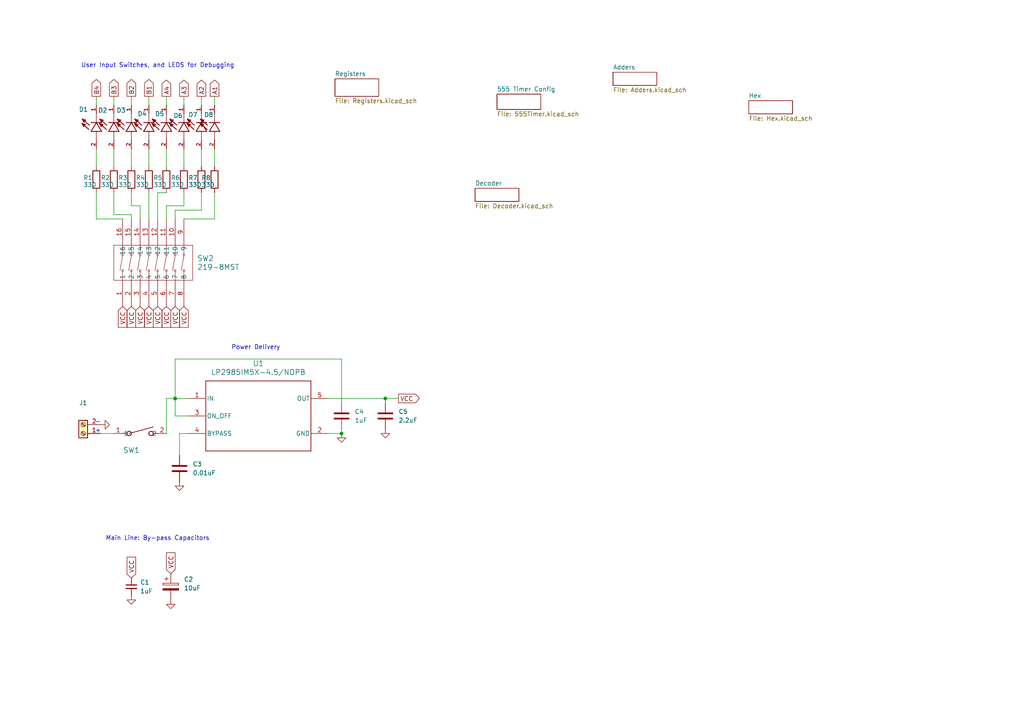
<source format=kicad_sch>
(kicad_sch
	(version 20231120)
	(generator "eeschema")
	(generator_version "8.0")
	(uuid "70a3617d-b021-4325-807b-315f214c30c6")
	(paper "A4")
	(lib_symbols
		(symbol "150060RS75000:150060RS75000"
			(pin_names
				(offset 1.016)
			)
			(exclude_from_sim no)
			(in_bom yes)
			(on_board yes)
			(property "Reference" "D"
				(at -3.0988 4.4958 0)
				(effects
					(font
						(size 1.27 1.27)
					)
					(justify left bottom)
				)
			)
			(property "Value" "150060RS75000"
				(at -3.556 -3.302 0)
				(effects
					(font
						(size 1.27 1.27)
					)
					(justify left bottom)
				)
			)
			(property "Footprint" "150060RS75000:LED_150060RS75000"
				(at 0 0 0)
				(effects
					(font
						(size 1.27 1.27)
					)
					(justify bottom)
					(hide yes)
				)
			)
			(property "Datasheet" ""
				(at 0 0 0)
				(effects
					(font
						(size 1.27 1.27)
					)
					(hide yes)
				)
			)
			(property "Description" ""
				(at 0 0 0)
				(effects
					(font
						(size 1.27 1.27)
					)
					(hide yes)
				)
			)
			(property "PARTREV" "2/26/2019"
				(at 0 0 0)
				(effects
					(font
						(size 1.27 1.27)
					)
					(justify bottom)
					(hide yes)
				)
			)
			(property "STANDARD" "Manufacturer Recommendations"
				(at 0 0 0)
				(effects
					(font
						(size 1.27 1.27)
					)
					(justify bottom)
					(hide yes)
				)
			)
			(property "MAXIMUM_PACKAGE_HEIGHT" "0.8 mm"
				(at 0 0 0)
				(effects
					(font
						(size 1.27 1.27)
					)
					(justify bottom)
					(hide yes)
				)
			)
			(property "MANUFACTURER" "WURTH ELEKTRONIK EISOS GMBH & CO. KG (ELECTRONIC & ELECTROMEHANICAL COMP)"
				(at 0 0 0)
				(effects
					(font
						(size 1.27 1.27)
					)
					(justify bottom)
					(hide yes)
				)
			)
			(symbol "150060RS75000_0_0"
				(polyline
					(pts
						(xy -2.54 -1.524) (xy 0 0)
					)
					(stroke
						(width 0.254)
						(type default)
					)
					(fill
						(type none)
					)
				)
				(polyline
					(pts
						(xy -2.54 0) (xy -5.08 0)
					)
					(stroke
						(width 0.1524)
						(type default)
					)
					(fill
						(type none)
					)
				)
				(polyline
					(pts
						(xy -2.54 0) (xy -2.54 -1.524)
					)
					(stroke
						(width 0.254)
						(type default)
					)
					(fill
						(type none)
					)
				)
				(polyline
					(pts
						(xy -2.54 1.524) (xy -2.54 0)
					)
					(stroke
						(width 0.254)
						(type default)
					)
					(fill
						(type none)
					)
				)
				(polyline
					(pts
						(xy -1.1176 3.683) (xy -0.2286 4.1656)
					)
					(stroke
						(width 0.254)
						(type default)
					)
					(fill
						(type none)
					)
				)
				(polyline
					(pts
						(xy -0.9398 3.6068) (xy -0.7112 3.7592)
					)
					(stroke
						(width 0.254)
						(type default)
					)
					(fill
						(type none)
					)
				)
				(polyline
					(pts
						(xy -0.5588 3.2004) (xy -1.1176 3.683)
					)
					(stroke
						(width 0.254)
						(type default)
					)
					(fill
						(type none)
					)
				)
				(polyline
					(pts
						(xy -0.5588 3.2004) (xy -0.5334 3.937)
					)
					(stroke
						(width 0.254)
						(type default)
					)
					(fill
						(type none)
					)
				)
				(polyline
					(pts
						(xy -0.5334 3.937) (xy -0.6604 3.937)
					)
					(stroke
						(width 0.254)
						(type default)
					)
					(fill
						(type none)
					)
				)
				(polyline
					(pts
						(xy -0.2286 4.1656) (xy -2.0066 2.1336)
					)
					(stroke
						(width 0.254)
						(type default)
					)
					(fill
						(type none)
					)
				)
				(polyline
					(pts
						(xy -0.2286 4.1656) (xy -0.5588 3.2004)
					)
					(stroke
						(width 0.254)
						(type default)
					)
					(fill
						(type none)
					)
				)
				(polyline
					(pts
						(xy 0 0) (xy -2.54 1.524)
					)
					(stroke
						(width 0.254)
						(type default)
					)
					(fill
						(type none)
					)
				)
				(polyline
					(pts
						(xy 0 0) (xy 0 -1.524)
					)
					(stroke
						(width 0.254)
						(type default)
					)
					(fill
						(type none)
					)
				)
				(polyline
					(pts
						(xy 0 1.524) (xy 0 0)
					)
					(stroke
						(width 0.254)
						(type default)
					)
					(fill
						(type none)
					)
				)
				(polyline
					(pts
						(xy 0.127 3.5814) (xy 1.016 4.064)
					)
					(stroke
						(width 0.254)
						(type default)
					)
					(fill
						(type none)
					)
				)
				(polyline
					(pts
						(xy 0.3048 3.5052) (xy 0.5334 3.6576)
					)
					(stroke
						(width 0.254)
						(type default)
					)
					(fill
						(type none)
					)
				)
				(polyline
					(pts
						(xy 0.6858 3.0988) (xy 0.127 3.5814)
					)
					(stroke
						(width 0.254)
						(type default)
					)
					(fill
						(type none)
					)
				)
				(polyline
					(pts
						(xy 0.6858 3.0988) (xy 0.7112 3.8354)
					)
					(stroke
						(width 0.254)
						(type default)
					)
					(fill
						(type none)
					)
				)
				(polyline
					(pts
						(xy 0.7112 3.8354) (xy 0.5842 3.8354)
					)
					(stroke
						(width 0.254)
						(type default)
					)
					(fill
						(type none)
					)
				)
				(polyline
					(pts
						(xy 1.016 4.064) (xy -0.762 2.032)
					)
					(stroke
						(width 0.254)
						(type default)
					)
					(fill
						(type none)
					)
				)
				(polyline
					(pts
						(xy 1.016 4.064) (xy 0.6858 3.0988)
					)
					(stroke
						(width 0.254)
						(type default)
					)
					(fill
						(type none)
					)
				)
				(polyline
					(pts
						(xy 2.54 0) (xy 0 0)
					)
					(stroke
						(width 0.1524)
						(type default)
					)
					(fill
						(type none)
					)
				)
				(pin passive line
					(at 5.08 0 180)
					(length 2.54)
					(name "~"
						(effects
							(font
								(size 1.016 1.016)
							)
						)
					)
					(number "1"
						(effects
							(font
								(size 1.016 1.016)
							)
						)
					)
				)
				(pin passive line
					(at -7.62 0 0)
					(length 2.54)
					(name "~"
						(effects
							(font
								(size 1.016 1.016)
							)
						)
					)
					(number "2"
						(effects
							(font
								(size 1.016 1.016)
							)
						)
					)
				)
			)
		)
		(symbol "1DIP-Switch:CFS-0102TB"
			(pin_names
				(offset 0.254)
			)
			(exclude_from_sim no)
			(in_bom yes)
			(on_board yes)
			(property "Reference" "SW"
				(at 7.62 3.81 0)
				(effects
					(font
						(size 1.524 1.524)
					)
				)
			)
			(property "Value" "CFS-0102TB"
				(at 0 0 0)
				(effects
					(font
						(size 1.524 1.524)
					)
				)
			)
			(property "Footprint" "SW2_CFS-0102TB_NDC"
				(at 0 0 0)
				(effects
					(font
						(size 1.27 1.27)
						(italic yes)
					)
					(hide yes)
				)
			)
			(property "Datasheet" "CFS-0102TB"
				(at 0 0 0)
				(effects
					(font
						(size 1.27 1.27)
						(italic yes)
					)
					(hide yes)
				)
			)
			(property "Description" ""
				(at 0 0 0)
				(effects
					(font
						(size 1.27 1.27)
					)
					(hide yes)
				)
			)
			(property "ki_locked" ""
				(at 0 0 0)
				(effects
					(font
						(size 1.27 1.27)
					)
				)
			)
			(property "ki_keywords" "CFS-0102TB"
				(at 0 0 0)
				(effects
					(font
						(size 1.27 1.27)
					)
					(hide yes)
				)
			)
			(property "ki_fp_filters" "SW2_CFS-0102TB_NDC SW2_CFS-0102TB_NDC-M SW2_CFS-0102TB_NDC-L"
				(at 0 0 0)
				(effects
					(font
						(size 1.27 1.27)
					)
					(hide yes)
				)
			)
			(symbol "CFS-0102TB_0_1"
				(polyline
					(pts
						(xy 2.54 0) (xy 3.81 0)
					)
					(stroke
						(width 0.2032)
						(type default)
					)
					(fill
						(type none)
					)
				)
				(polyline
					(pts
						(xy 4.445 0) (xy 11.43 1.905)
					)
					(stroke
						(width 0.2032)
						(type default)
					)
					(fill
						(type none)
					)
				)
				(polyline
					(pts
						(xy 12.7 0) (xy 11.43 0)
					)
					(stroke
						(width 0.2032)
						(type default)
					)
					(fill
						(type none)
					)
				)
				(circle
					(center 4.445 0)
					(radius 0.635)
					(stroke
						(width 0.254)
						(type default)
					)
					(fill
						(type none)
					)
				)
				(circle
					(center 10.795 0)
					(radius 0.635)
					(stroke
						(width 0.254)
						(type default)
					)
					(fill
						(type none)
					)
				)
				(pin unspecified line
					(at 0 0 0)
					(length 2.54)
					(name "1"
						(effects
							(font
								(size 1.27 1.27)
							)
						)
					)
					(number "1"
						(effects
							(font
								(size 1.27 1.27)
							)
						)
					)
				)
				(pin unspecified line
					(at 15.24 0 180)
					(length 2.54)
					(name "2"
						(effects
							(font
								(size 1.27 1.27)
							)
						)
					)
					(number "2"
						(effects
							(font
								(size 1.27 1.27)
							)
						)
					)
				)
			)
		)
		(symbol "2024-06-26_16-39-55:219-8MST"
			(pin_names
				(offset 0.254)
			)
			(exclude_from_sim no)
			(in_bom yes)
			(on_board yes)
			(property "Reference" "SW"
				(at 12.7 7.62 0)
				(effects
					(font
						(size 1.524 1.524)
					)
				)
			)
			(property "Value" "219-8MST"
				(at 12.7 5.08 0)
				(effects
					(font
						(size 1.524 1.524)
					)
				)
			)
			(property "Footprint" "SO16_219-8_CTS"
				(at 0 0 0)
				(effects
					(font
						(size 1.27 1.27)
						(italic yes)
					)
					(hide yes)
				)
			)
			(property "Datasheet" "219-8MST"
				(at 0 0 0)
				(effects
					(font
						(size 1.27 1.27)
						(italic yes)
					)
					(hide yes)
				)
			)
			(property "Description" ""
				(at 0 0 0)
				(effects
					(font
						(size 1.27 1.27)
					)
					(hide yes)
				)
			)
			(property "ki_locked" ""
				(at 0 0 0)
				(effects
					(font
						(size 1.27 1.27)
					)
				)
			)
			(property "ki_keywords" "219-8MST"
				(at 0 0 0)
				(effects
					(font
						(size 1.27 1.27)
					)
					(hide yes)
				)
			)
			(property "ki_fp_filters" "SO16_219-8_CTS SO16_219-8_CTS-M SO16_219-8_CTS-L"
				(at 0 0 0)
				(effects
					(font
						(size 1.27 1.27)
					)
					(hide yes)
				)
			)
			(symbol "219-8MST_0_1"
				(polyline
					(pts
						(xy 7.62 -20.32) (xy 17.78 -20.32)
					)
					(stroke
						(width 0.127)
						(type default)
					)
					(fill
						(type none)
					)
				)
				(polyline
					(pts
						(xy 7.62 -17.78) (xy 10.16 -17.78)
					)
					(stroke
						(width 0.127)
						(type default)
					)
					(fill
						(type none)
					)
				)
				(polyline
					(pts
						(xy 7.62 -15.24) (xy 10.16 -15.24)
					)
					(stroke
						(width 0.127)
						(type default)
					)
					(fill
						(type none)
					)
				)
				(polyline
					(pts
						(xy 7.62 -12.7) (xy 10.16 -12.7)
					)
					(stroke
						(width 0.127)
						(type default)
					)
					(fill
						(type none)
					)
				)
				(polyline
					(pts
						(xy 7.62 -10.16) (xy 10.16 -10.16)
					)
					(stroke
						(width 0.127)
						(type default)
					)
					(fill
						(type none)
					)
				)
				(polyline
					(pts
						(xy 7.62 -7.62) (xy 10.16 -7.62)
					)
					(stroke
						(width 0.127)
						(type default)
					)
					(fill
						(type none)
					)
				)
				(polyline
					(pts
						(xy 7.62 -5.08) (xy 10.16 -5.08)
					)
					(stroke
						(width 0.127)
						(type default)
					)
					(fill
						(type none)
					)
				)
				(polyline
					(pts
						(xy 7.62 -2.54) (xy 10.16 -2.54)
					)
					(stroke
						(width 0.127)
						(type default)
					)
					(fill
						(type none)
					)
				)
				(polyline
					(pts
						(xy 7.62 0) (xy 10.16 0)
					)
					(stroke
						(width 0.127)
						(type default)
					)
					(fill
						(type none)
					)
				)
				(polyline
					(pts
						(xy 7.62 2.54) (xy 7.62 -20.32)
					)
					(stroke
						(width 0.127)
						(type default)
					)
					(fill
						(type none)
					)
				)
				(polyline
					(pts
						(xy 14.732 -17.78) (xy 10.414 -17.018)
					)
					(stroke
						(width 0.127)
						(type default)
					)
					(fill
						(type none)
					)
				)
				(polyline
					(pts
						(xy 14.732 -15.24) (xy 10.414 -14.478)
					)
					(stroke
						(width 0.127)
						(type default)
					)
					(fill
						(type none)
					)
				)
				(polyline
					(pts
						(xy 14.732 -12.7) (xy 10.414 -11.938)
					)
					(stroke
						(width 0.127)
						(type default)
					)
					(fill
						(type none)
					)
				)
				(polyline
					(pts
						(xy 14.732 -10.16) (xy 10.414 -9.398)
					)
					(stroke
						(width 0.127)
						(type default)
					)
					(fill
						(type none)
					)
				)
				(polyline
					(pts
						(xy 14.732 -7.62) (xy 10.414 -6.858)
					)
					(stroke
						(width 0.127)
						(type default)
					)
					(fill
						(type none)
					)
				)
				(polyline
					(pts
						(xy 14.732 -5.08) (xy 10.414 -4.318)
					)
					(stroke
						(width 0.127)
						(type default)
					)
					(fill
						(type none)
					)
				)
				(polyline
					(pts
						(xy 14.732 -2.54) (xy 10.414 -1.778)
					)
					(stroke
						(width 0.127)
						(type default)
					)
					(fill
						(type none)
					)
				)
				(polyline
					(pts
						(xy 14.732 0) (xy 10.414 0.762)
					)
					(stroke
						(width 0.127)
						(type default)
					)
					(fill
						(type none)
					)
				)
				(polyline
					(pts
						(xy 15.24 -17.78) (xy 17.78 -17.78)
					)
					(stroke
						(width 0.127)
						(type default)
					)
					(fill
						(type none)
					)
				)
				(polyline
					(pts
						(xy 15.24 -15.24) (xy 17.78 -15.24)
					)
					(stroke
						(width 0.127)
						(type default)
					)
					(fill
						(type none)
					)
				)
				(polyline
					(pts
						(xy 15.24 -12.7) (xy 17.78 -12.7)
					)
					(stroke
						(width 0.127)
						(type default)
					)
					(fill
						(type none)
					)
				)
				(polyline
					(pts
						(xy 15.24 -10.16) (xy 17.78 -10.16)
					)
					(stroke
						(width 0.127)
						(type default)
					)
					(fill
						(type none)
					)
				)
				(polyline
					(pts
						(xy 15.24 -7.62) (xy 17.78 -7.62)
					)
					(stroke
						(width 0.127)
						(type default)
					)
					(fill
						(type none)
					)
				)
				(polyline
					(pts
						(xy 15.24 -5.08) (xy 17.78 -5.08)
					)
					(stroke
						(width 0.127)
						(type default)
					)
					(fill
						(type none)
					)
				)
				(polyline
					(pts
						(xy 15.24 -2.54) (xy 17.78 -2.54)
					)
					(stroke
						(width 0.127)
						(type default)
					)
					(fill
						(type none)
					)
				)
				(polyline
					(pts
						(xy 15.24 0) (xy 17.78 0)
					)
					(stroke
						(width 0.127)
						(type default)
					)
					(fill
						(type none)
					)
				)
				(polyline
					(pts
						(xy 17.78 -20.32) (xy 17.78 2.54)
					)
					(stroke
						(width 0.127)
						(type default)
					)
					(fill
						(type none)
					)
				)
				(polyline
					(pts
						(xy 17.78 2.54) (xy 7.62 2.54)
					)
					(stroke
						(width 0.127)
						(type default)
					)
					(fill
						(type none)
					)
				)
				(circle
					(center 10.414 -17.78)
					(radius 0.254)
					(stroke
						(width 0.127)
						(type default)
					)
					(fill
						(type none)
					)
				)
				(circle
					(center 10.414 -15.24)
					(radius 0.254)
					(stroke
						(width 0.127)
						(type default)
					)
					(fill
						(type none)
					)
				)
				(circle
					(center 10.414 -12.7)
					(radius 0.254)
					(stroke
						(width 0.127)
						(type default)
					)
					(fill
						(type none)
					)
				)
				(circle
					(center 10.414 -10.16)
					(radius 0.254)
					(stroke
						(width 0.127)
						(type default)
					)
					(fill
						(type none)
					)
				)
				(circle
					(center 10.414 -7.62)
					(radius 0.254)
					(stroke
						(width 0.127)
						(type default)
					)
					(fill
						(type none)
					)
				)
				(circle
					(center 10.414 -5.08)
					(radius 0.254)
					(stroke
						(width 0.127)
						(type default)
					)
					(fill
						(type none)
					)
				)
				(circle
					(center 10.414 -2.54)
					(radius 0.254)
					(stroke
						(width 0.127)
						(type default)
					)
					(fill
						(type none)
					)
				)
				(circle
					(center 10.414 0)
					(radius 0.254)
					(stroke
						(width 0.127)
						(type default)
					)
					(fill
						(type none)
					)
				)
				(circle
					(center 14.986 -17.78)
					(radius 0.254)
					(stroke
						(width 0.127)
						(type default)
					)
					(fill
						(type none)
					)
				)
				(circle
					(center 14.986 -15.24)
					(radius 0.254)
					(stroke
						(width 0.127)
						(type default)
					)
					(fill
						(type none)
					)
				)
				(circle
					(center 14.986 -12.7)
					(radius 0.254)
					(stroke
						(width 0.127)
						(type default)
					)
					(fill
						(type none)
					)
				)
				(circle
					(center 14.986 -10.16)
					(radius 0.254)
					(stroke
						(width 0.127)
						(type default)
					)
					(fill
						(type none)
					)
				)
				(circle
					(center 14.986 -7.62)
					(radius 0.254)
					(stroke
						(width 0.127)
						(type default)
					)
					(fill
						(type none)
					)
				)
				(circle
					(center 14.986 -5.08)
					(radius 0.254)
					(stroke
						(width 0.127)
						(type default)
					)
					(fill
						(type none)
					)
				)
				(circle
					(center 14.986 -2.54)
					(radius 0.254)
					(stroke
						(width 0.127)
						(type default)
					)
					(fill
						(type none)
					)
				)
				(circle
					(center 14.986 0)
					(radius 0.254)
					(stroke
						(width 0.127)
						(type default)
					)
					(fill
						(type none)
					)
				)
				(pin unspecified line
					(at 0 0 0)
					(length 7.62)
					(name "1"
						(effects
							(font
								(size 1.27 1.27)
							)
						)
					)
					(number "1"
						(effects
							(font
								(size 1.27 1.27)
							)
						)
					)
				)
				(pin unspecified line
					(at 25.4 -15.24 180)
					(length 7.62)
					(name "10"
						(effects
							(font
								(size 1.27 1.27)
							)
						)
					)
					(number "10"
						(effects
							(font
								(size 1.27 1.27)
							)
						)
					)
				)
				(pin unspecified line
					(at 25.4 -12.7 180)
					(length 7.62)
					(name "11"
						(effects
							(font
								(size 1.27 1.27)
							)
						)
					)
					(number "11"
						(effects
							(font
								(size 1.27 1.27)
							)
						)
					)
				)
				(pin unspecified line
					(at 25.4 -10.16 180)
					(length 7.62)
					(name "12"
						(effects
							(font
								(size 1.27 1.27)
							)
						)
					)
					(number "12"
						(effects
							(font
								(size 1.27 1.27)
							)
						)
					)
				)
				(pin unspecified line
					(at 25.4 -7.62 180)
					(length 7.62)
					(name "13"
						(effects
							(font
								(size 1.27 1.27)
							)
						)
					)
					(number "13"
						(effects
							(font
								(size 1.27 1.27)
							)
						)
					)
				)
				(pin unspecified line
					(at 25.4 -5.08 180)
					(length 7.62)
					(name "14"
						(effects
							(font
								(size 1.27 1.27)
							)
						)
					)
					(number "14"
						(effects
							(font
								(size 1.27 1.27)
							)
						)
					)
				)
				(pin unspecified line
					(at 25.4 -2.54 180)
					(length 7.62)
					(name "15"
						(effects
							(font
								(size 1.27 1.27)
							)
						)
					)
					(number "15"
						(effects
							(font
								(size 1.27 1.27)
							)
						)
					)
				)
				(pin unspecified line
					(at 25.4 0 180)
					(length 7.62)
					(name "16"
						(effects
							(font
								(size 1.27 1.27)
							)
						)
					)
					(number "16"
						(effects
							(font
								(size 1.27 1.27)
							)
						)
					)
				)
				(pin unspecified line
					(at 0 -2.54 0)
					(length 7.62)
					(name "2"
						(effects
							(font
								(size 1.27 1.27)
							)
						)
					)
					(number "2"
						(effects
							(font
								(size 1.27 1.27)
							)
						)
					)
				)
				(pin unspecified line
					(at 0 -5.08 0)
					(length 7.62)
					(name "3"
						(effects
							(font
								(size 1.27 1.27)
							)
						)
					)
					(number "3"
						(effects
							(font
								(size 1.27 1.27)
							)
						)
					)
				)
				(pin unspecified line
					(at 0 -7.62 0)
					(length 7.62)
					(name "4"
						(effects
							(font
								(size 1.27 1.27)
							)
						)
					)
					(number "4"
						(effects
							(font
								(size 1.27 1.27)
							)
						)
					)
				)
				(pin unspecified line
					(at 0 -10.16 0)
					(length 7.62)
					(name "5"
						(effects
							(font
								(size 1.27 1.27)
							)
						)
					)
					(number "5"
						(effects
							(font
								(size 1.27 1.27)
							)
						)
					)
				)
				(pin unspecified line
					(at 0 -12.7 0)
					(length 7.62)
					(name "6"
						(effects
							(font
								(size 1.27 1.27)
							)
						)
					)
					(number "6"
						(effects
							(font
								(size 1.27 1.27)
							)
						)
					)
				)
				(pin unspecified line
					(at 0 -15.24 0)
					(length 7.62)
					(name "7"
						(effects
							(font
								(size 1.27 1.27)
							)
						)
					)
					(number "7"
						(effects
							(font
								(size 1.27 1.27)
							)
						)
					)
				)
				(pin unspecified line
					(at 0 -17.78 0)
					(length 7.62)
					(name "8"
						(effects
							(font
								(size 1.27 1.27)
							)
						)
					)
					(number "8"
						(effects
							(font
								(size 1.27 1.27)
							)
						)
					)
				)
				(pin unspecified line
					(at 25.4 -17.78 180)
					(length 7.62)
					(name "9"
						(effects
							(font
								(size 1.27 1.27)
							)
						)
					)
					(number "9"
						(effects
							(font
								(size 1.27 1.27)
							)
						)
					)
				)
			)
		)
		(symbol "Connector:Screw_Terminal_01x02"
			(pin_names
				(offset 1.016) hide)
			(exclude_from_sim no)
			(in_bom yes)
			(on_board yes)
			(property "Reference" "J"
				(at 0 2.54 0)
				(effects
					(font
						(size 1.27 1.27)
					)
				)
			)
			(property "Value" "Screw_Terminal_01x02"
				(at 0 -5.08 0)
				(effects
					(font
						(size 1.27 1.27)
					)
				)
			)
			(property "Footprint" ""
				(at 0 0 0)
				(effects
					(font
						(size 1.27 1.27)
					)
					(hide yes)
				)
			)
			(property "Datasheet" "~"
				(at 0 0 0)
				(effects
					(font
						(size 1.27 1.27)
					)
					(hide yes)
				)
			)
			(property "Description" "Generic screw terminal, single row, 01x02, script generated (kicad-library-utils/schlib/autogen/connector/)"
				(at 0 0 0)
				(effects
					(font
						(size 1.27 1.27)
					)
					(hide yes)
				)
			)
			(property "ki_keywords" "screw terminal"
				(at 0 0 0)
				(effects
					(font
						(size 1.27 1.27)
					)
					(hide yes)
				)
			)
			(property "ki_fp_filters" "TerminalBlock*:*"
				(at 0 0 0)
				(effects
					(font
						(size 1.27 1.27)
					)
					(hide yes)
				)
			)
			(symbol "Screw_Terminal_01x02_1_1"
				(rectangle
					(start -1.27 1.27)
					(end 1.27 -3.81)
					(stroke
						(width 0.254)
						(type default)
					)
					(fill
						(type background)
					)
				)
				(circle
					(center 0 -2.54)
					(radius 0.635)
					(stroke
						(width 0.1524)
						(type default)
					)
					(fill
						(type none)
					)
				)
				(polyline
					(pts
						(xy -0.5334 -2.2098) (xy 0.3302 -3.048)
					)
					(stroke
						(width 0.1524)
						(type default)
					)
					(fill
						(type none)
					)
				)
				(polyline
					(pts
						(xy -0.5334 0.3302) (xy 0.3302 -0.508)
					)
					(stroke
						(width 0.1524)
						(type default)
					)
					(fill
						(type none)
					)
				)
				(polyline
					(pts
						(xy -0.3556 -2.032) (xy 0.508 -2.8702)
					)
					(stroke
						(width 0.1524)
						(type default)
					)
					(fill
						(type none)
					)
				)
				(polyline
					(pts
						(xy -0.3556 0.508) (xy 0.508 -0.3302)
					)
					(stroke
						(width 0.1524)
						(type default)
					)
					(fill
						(type none)
					)
				)
				(circle
					(center 0 0)
					(radius 0.635)
					(stroke
						(width 0.1524)
						(type default)
					)
					(fill
						(type none)
					)
				)
				(pin passive line
					(at -5.08 0 0)
					(length 3.81)
					(name "Pin_1"
						(effects
							(font
								(size 1.27 1.27)
							)
						)
					)
					(number "1"
						(effects
							(font
								(size 1.27 1.27)
							)
						)
					)
				)
				(pin passive line
					(at -5.08 -2.54 0)
					(length 3.81)
					(name "Pin_2"
						(effects
							(font
								(size 1.27 1.27)
							)
						)
					)
					(number "2"
						(effects
							(font
								(size 1.27 1.27)
							)
						)
					)
				)
			)
		)
		(symbol "Device:C"
			(pin_numbers hide)
			(pin_names
				(offset 0.254)
			)
			(exclude_from_sim no)
			(in_bom yes)
			(on_board yes)
			(property "Reference" "C"
				(at 0.635 2.54 0)
				(effects
					(font
						(size 1.27 1.27)
					)
					(justify left)
				)
			)
			(property "Value" "C"
				(at 0.635 -2.54 0)
				(effects
					(font
						(size 1.27 1.27)
					)
					(justify left)
				)
			)
			(property "Footprint" ""
				(at 0.9652 -3.81 0)
				(effects
					(font
						(size 1.27 1.27)
					)
					(hide yes)
				)
			)
			(property "Datasheet" "~"
				(at 0 0 0)
				(effects
					(font
						(size 1.27 1.27)
					)
					(hide yes)
				)
			)
			(property "Description" "Unpolarized capacitor"
				(at 0 0 0)
				(effects
					(font
						(size 1.27 1.27)
					)
					(hide yes)
				)
			)
			(property "ki_keywords" "cap capacitor"
				(at 0 0 0)
				(effects
					(font
						(size 1.27 1.27)
					)
					(hide yes)
				)
			)
			(property "ki_fp_filters" "C_*"
				(at 0 0 0)
				(effects
					(font
						(size 1.27 1.27)
					)
					(hide yes)
				)
			)
			(symbol "C_0_1"
				(polyline
					(pts
						(xy -2.032 -0.762) (xy 2.032 -0.762)
					)
					(stroke
						(width 0.508)
						(type default)
					)
					(fill
						(type none)
					)
				)
				(polyline
					(pts
						(xy -2.032 0.762) (xy 2.032 0.762)
					)
					(stroke
						(width 0.508)
						(type default)
					)
					(fill
						(type none)
					)
				)
			)
			(symbol "C_1_1"
				(pin passive line
					(at 0 3.81 270)
					(length 2.794)
					(name "~"
						(effects
							(font
								(size 1.27 1.27)
							)
						)
					)
					(number "1"
						(effects
							(font
								(size 1.27 1.27)
							)
						)
					)
				)
				(pin passive line
					(at 0 -3.81 90)
					(length 2.794)
					(name "~"
						(effects
							(font
								(size 1.27 1.27)
							)
						)
					)
					(number "2"
						(effects
							(font
								(size 1.27 1.27)
							)
						)
					)
				)
			)
		)
		(symbol "Device:C_Polarized"
			(pin_numbers hide)
			(pin_names
				(offset 0.254)
			)
			(exclude_from_sim no)
			(in_bom yes)
			(on_board yes)
			(property "Reference" "C"
				(at 0.635 2.54 0)
				(effects
					(font
						(size 1.27 1.27)
					)
					(justify left)
				)
			)
			(property "Value" "C_Polarized"
				(at 0.635 -2.54 0)
				(effects
					(font
						(size 1.27 1.27)
					)
					(justify left)
				)
			)
			(property "Footprint" ""
				(at 0.9652 -3.81 0)
				(effects
					(font
						(size 1.27 1.27)
					)
					(hide yes)
				)
			)
			(property "Datasheet" "~"
				(at 0 0 0)
				(effects
					(font
						(size 1.27 1.27)
					)
					(hide yes)
				)
			)
			(property "Description" "Polarized capacitor"
				(at 0 0 0)
				(effects
					(font
						(size 1.27 1.27)
					)
					(hide yes)
				)
			)
			(property "ki_keywords" "cap capacitor"
				(at 0 0 0)
				(effects
					(font
						(size 1.27 1.27)
					)
					(hide yes)
				)
			)
			(property "ki_fp_filters" "CP_*"
				(at 0 0 0)
				(effects
					(font
						(size 1.27 1.27)
					)
					(hide yes)
				)
			)
			(symbol "C_Polarized_0_1"
				(rectangle
					(start -2.286 0.508)
					(end 2.286 1.016)
					(stroke
						(width 0)
						(type default)
					)
					(fill
						(type none)
					)
				)
				(polyline
					(pts
						(xy -1.778 2.286) (xy -0.762 2.286)
					)
					(stroke
						(width 0)
						(type default)
					)
					(fill
						(type none)
					)
				)
				(polyline
					(pts
						(xy -1.27 2.794) (xy -1.27 1.778)
					)
					(stroke
						(width 0)
						(type default)
					)
					(fill
						(type none)
					)
				)
				(rectangle
					(start 2.286 -0.508)
					(end -2.286 -1.016)
					(stroke
						(width 0)
						(type default)
					)
					(fill
						(type outline)
					)
				)
			)
			(symbol "C_Polarized_1_1"
				(pin passive line
					(at 0 3.81 270)
					(length 2.794)
					(name "~"
						(effects
							(font
								(size 1.27 1.27)
							)
						)
					)
					(number "1"
						(effects
							(font
								(size 1.27 1.27)
							)
						)
					)
				)
				(pin passive line
					(at 0 -3.81 90)
					(length 2.794)
					(name "~"
						(effects
							(font
								(size 1.27 1.27)
							)
						)
					)
					(number "2"
						(effects
							(font
								(size 1.27 1.27)
							)
						)
					)
				)
			)
		)
		(symbol "Device:C_Small"
			(pin_numbers hide)
			(pin_names
				(offset 0.254) hide)
			(exclude_from_sim no)
			(in_bom yes)
			(on_board yes)
			(property "Reference" "C"
				(at 0.254 1.778 0)
				(effects
					(font
						(size 1.27 1.27)
					)
					(justify left)
				)
			)
			(property "Value" "C_Small"
				(at 0.254 -2.032 0)
				(effects
					(font
						(size 1.27 1.27)
					)
					(justify left)
				)
			)
			(property "Footprint" ""
				(at 0 0 0)
				(effects
					(font
						(size 1.27 1.27)
					)
					(hide yes)
				)
			)
			(property "Datasheet" "~"
				(at 0 0 0)
				(effects
					(font
						(size 1.27 1.27)
					)
					(hide yes)
				)
			)
			(property "Description" "Unpolarized capacitor, small symbol"
				(at 0 0 0)
				(effects
					(font
						(size 1.27 1.27)
					)
					(hide yes)
				)
			)
			(property "ki_keywords" "capacitor cap"
				(at 0 0 0)
				(effects
					(font
						(size 1.27 1.27)
					)
					(hide yes)
				)
			)
			(property "ki_fp_filters" "C_*"
				(at 0 0 0)
				(effects
					(font
						(size 1.27 1.27)
					)
					(hide yes)
				)
			)
			(symbol "C_Small_0_1"
				(polyline
					(pts
						(xy -1.524 -0.508) (xy 1.524 -0.508)
					)
					(stroke
						(width 0.3302)
						(type default)
					)
					(fill
						(type none)
					)
				)
				(polyline
					(pts
						(xy -1.524 0.508) (xy 1.524 0.508)
					)
					(stroke
						(width 0.3048)
						(type default)
					)
					(fill
						(type none)
					)
				)
			)
			(symbol "C_Small_1_1"
				(pin passive line
					(at 0 2.54 270)
					(length 2.032)
					(name "~"
						(effects
							(font
								(size 1.27 1.27)
							)
						)
					)
					(number "1"
						(effects
							(font
								(size 1.27 1.27)
							)
						)
					)
				)
				(pin passive line
					(at 0 -2.54 90)
					(length 2.032)
					(name "~"
						(effects
							(font
								(size 1.27 1.27)
							)
						)
					)
					(number "2"
						(effects
							(font
								(size 1.27 1.27)
							)
						)
					)
				)
			)
		)
		(symbol "Device:R"
			(pin_numbers hide)
			(pin_names
				(offset 0)
			)
			(exclude_from_sim no)
			(in_bom yes)
			(on_board yes)
			(property "Reference" "R"
				(at 2.032 0 90)
				(effects
					(font
						(size 1.27 1.27)
					)
				)
			)
			(property "Value" "R"
				(at 0 0 90)
				(effects
					(font
						(size 1.27 1.27)
					)
				)
			)
			(property "Footprint" ""
				(at -1.778 0 90)
				(effects
					(font
						(size 1.27 1.27)
					)
					(hide yes)
				)
			)
			(property "Datasheet" "~"
				(at 0 0 0)
				(effects
					(font
						(size 1.27 1.27)
					)
					(hide yes)
				)
			)
			(property "Description" "Resistor"
				(at 0 0 0)
				(effects
					(font
						(size 1.27 1.27)
					)
					(hide yes)
				)
			)
			(property "ki_keywords" "R res resistor"
				(at 0 0 0)
				(effects
					(font
						(size 1.27 1.27)
					)
					(hide yes)
				)
			)
			(property "ki_fp_filters" "R_*"
				(at 0 0 0)
				(effects
					(font
						(size 1.27 1.27)
					)
					(hide yes)
				)
			)
			(symbol "R_0_1"
				(rectangle
					(start -1.016 -2.54)
					(end 1.016 2.54)
					(stroke
						(width 0.254)
						(type default)
					)
					(fill
						(type none)
					)
				)
			)
			(symbol "R_1_1"
				(pin passive line
					(at 0 3.81 270)
					(length 1.27)
					(name "~"
						(effects
							(font
								(size 1.27 1.27)
							)
						)
					)
					(number "1"
						(effects
							(font
								(size 1.27 1.27)
							)
						)
					)
				)
				(pin passive line
					(at 0 -3.81 90)
					(length 1.27)
					(name "~"
						(effects
							(font
								(size 1.27 1.27)
							)
						)
					)
					(number "2"
						(effects
							(font
								(size 1.27 1.27)
							)
						)
					)
				)
			)
		)
		(symbol "LP2985IM5X-4.5/NOPB:LP2985IM5X-4.5_NOPB"
			(pin_names
				(offset 0.254)
			)
			(exclude_from_sim no)
			(in_bom yes)
			(on_board yes)
			(property "Reference" "U"
				(at 0 2.54 0)
				(effects
					(font
						(size 1.524 1.524)
					)
				)
			)
			(property "Value" "LP2985IM5X-4.5/NOPB"
				(at 0 0 0)
				(effects
					(font
						(size 1.524 1.524)
					)
				)
			)
			(property "Footprint" "DBV0005A_N"
				(at 0 0 0)
				(effects
					(font
						(size 1.27 1.27)
						(italic yes)
					)
					(hide yes)
				)
			)
			(property "Datasheet" "LP2985IM5X-4.5/NOPB"
				(at 0 0 0)
				(effects
					(font
						(size 1.27 1.27)
						(italic yes)
					)
					(hide yes)
				)
			)
			(property "Description" ""
				(at 0 0 0)
				(effects
					(font
						(size 1.27 1.27)
					)
					(hide yes)
				)
			)
			(property "ki_locked" ""
				(at 0 0 0)
				(effects
					(font
						(size 1.27 1.27)
					)
				)
			)
			(property "ki_keywords" "LP2985IM5X-4.5/NOPB"
				(at 0 0 0)
				(effects
					(font
						(size 1.27 1.27)
					)
					(hide yes)
				)
			)
			(property "ki_fp_filters" "DBV0005A_N DBV0005A_M DBV0005A_L"
				(at 0 0 0)
				(effects
					(font
						(size 1.27 1.27)
					)
					(hide yes)
				)
			)
			(symbol "LP2985IM5X-4.5_NOPB_0_1"
				(polyline
					(pts
						(xy -15.24 -10.16) (xy 15.24 -10.16)
					)
					(stroke
						(width 0.2032)
						(type default)
					)
					(fill
						(type none)
					)
				)
				(polyline
					(pts
						(xy -15.24 10.16) (xy -15.24 -10.16)
					)
					(stroke
						(width 0.2032)
						(type default)
					)
					(fill
						(type none)
					)
				)
				(polyline
					(pts
						(xy 15.24 -10.16) (xy 15.24 10.16)
					)
					(stroke
						(width 0.2032)
						(type default)
					)
					(fill
						(type none)
					)
				)
				(polyline
					(pts
						(xy 15.24 10.16) (xy -15.24 10.16)
					)
					(stroke
						(width 0.2032)
						(type default)
					)
					(fill
						(type none)
					)
				)
				(pin power_in line
					(at -20.32 5.08 0)
					(length 5.08)
					(name "IN"
						(effects
							(font
								(size 1.27 1.27)
							)
						)
					)
					(number "1"
						(effects
							(font
								(size 1.27 1.27)
							)
						)
					)
				)
				(pin power_in line
					(at 20.32 -5.08 180)
					(length 5.08)
					(name "GND"
						(effects
							(font
								(size 1.27 1.27)
							)
						)
					)
					(number "2"
						(effects
							(font
								(size 1.27 1.27)
							)
						)
					)
				)
				(pin input line
					(at -20.32 0 0)
					(length 5.08)
					(name "ON_OFF"
						(effects
							(font
								(size 1.27 1.27)
							)
						)
					)
					(number "3"
						(effects
							(font
								(size 1.27 1.27)
							)
						)
					)
				)
				(pin unspecified line
					(at -20.32 -5.08 0)
					(length 5.08)
					(name "BYPASS"
						(effects
							(font
								(size 1.27 1.27)
							)
						)
					)
					(number "4"
						(effects
							(font
								(size 1.27 1.27)
							)
						)
					)
				)
				(pin power_in line
					(at 20.32 5.08 180)
					(length 5.08)
					(name "OUT"
						(effects
							(font
								(size 1.27 1.27)
							)
						)
					)
					(number "5"
						(effects
							(font
								(size 1.27 1.27)
							)
						)
					)
				)
			)
		)
		(symbol "power:GND"
			(power)
			(pin_numbers hide)
			(pin_names
				(offset 0) hide)
			(exclude_from_sim no)
			(in_bom yes)
			(on_board yes)
			(property "Reference" "#PWR"
				(at 0 -6.35 0)
				(effects
					(font
						(size 1.27 1.27)
					)
					(hide yes)
				)
			)
			(property "Value" "GND"
				(at 0 -3.81 0)
				(effects
					(font
						(size 1.27 1.27)
					)
				)
			)
			(property "Footprint" ""
				(at 0 0 0)
				(effects
					(font
						(size 1.27 1.27)
					)
					(hide yes)
				)
			)
			(property "Datasheet" ""
				(at 0 0 0)
				(effects
					(font
						(size 1.27 1.27)
					)
					(hide yes)
				)
			)
			(property "Description" "Power symbol creates a global label with name \"GND\" , ground"
				(at 0 0 0)
				(effects
					(font
						(size 1.27 1.27)
					)
					(hide yes)
				)
			)
			(property "ki_keywords" "global power"
				(at 0 0 0)
				(effects
					(font
						(size 1.27 1.27)
					)
					(hide yes)
				)
			)
			(symbol "GND_0_1"
				(polyline
					(pts
						(xy 0 0) (xy 0 -1.27) (xy 1.27 -1.27) (xy 0 -2.54) (xy -1.27 -1.27) (xy 0 -1.27)
					)
					(stroke
						(width 0)
						(type default)
					)
					(fill
						(type none)
					)
				)
			)
			(symbol "GND_1_1"
				(pin power_in line
					(at 0 0 270)
					(length 0)
					(name "~"
						(effects
							(font
								(size 1.27 1.27)
							)
						)
					)
					(number "1"
						(effects
							(font
								(size 1.27 1.27)
							)
						)
					)
				)
			)
		)
	)
	(junction
		(at 111.76 115.57)
		(diameter 0)
		(color 0 0 0 0)
		(uuid "28ba365e-f9c0-45d0-b4d3-37ee3ff3baa5")
	)
	(junction
		(at 99.06 125.73)
		(diameter 0)
		(color 0 0 0 0)
		(uuid "a379ee58-dc38-4636-96c4-21879609cba9")
	)
	(junction
		(at 50.8 115.57)
		(diameter 0)
		(color 0 0 0 0)
		(uuid "d3701167-1c9a-4d87-ac17-7db295a63b7e")
	)
	(wire
		(pts
			(xy 40.64 59.69) (xy 38.1 59.69)
		)
		(stroke
			(width 0)
			(type default)
		)
		(uuid "04e487bd-dc95-491e-9e56-5ba869c23a67")
	)
	(wire
		(pts
			(xy 99.06 125.73) (xy 95.25 125.73)
		)
		(stroke
			(width 0)
			(type default)
		)
		(uuid "0b5c7b76-e382-4821-ba2e-e3b57230039b")
	)
	(wire
		(pts
			(xy 48.26 59.69) (xy 53.34 59.69)
		)
		(stroke
			(width 0)
			(type default)
		)
		(uuid "0e6266d7-e9a2-4e15-b850-67a27d8cef18")
	)
	(wire
		(pts
			(xy 50.8 120.65) (xy 54.61 120.65)
		)
		(stroke
			(width 0)
			(type default)
		)
		(uuid "17b6af80-da10-4f18-808f-7e62a5678345")
	)
	(wire
		(pts
			(xy 62.23 43.18) (xy 62.23 48.26)
		)
		(stroke
			(width 0)
			(type default)
		)
		(uuid "17d079fd-1b0b-437e-8540-4ad7bf3993a9")
	)
	(wire
		(pts
			(xy 27.94 63.5) (xy 27.94 55.88)
		)
		(stroke
			(width 0)
			(type default)
		)
		(uuid "1c2925ad-9e34-472e-bbd4-8fc341a2e203")
	)
	(wire
		(pts
			(xy 27.94 43.18) (xy 27.94 48.26)
		)
		(stroke
			(width 0)
			(type default)
		)
		(uuid "23210039-e87b-4375-8ecb-1d4596128e53")
	)
	(wire
		(pts
			(xy 99.06 104.14) (xy 50.8 104.14)
		)
		(stroke
			(width 0)
			(type default)
		)
		(uuid "243abf2b-7bbb-4bb1-ab52-a88622a5b7fe")
	)
	(wire
		(pts
			(xy 62.23 27.94) (xy 62.23 30.48)
		)
		(stroke
			(width 0)
			(type default)
		)
		(uuid "2c4422d5-9caa-4f5b-9edb-68d216c4dbcd")
	)
	(wire
		(pts
			(xy 52.07 125.73) (xy 54.61 125.73)
		)
		(stroke
			(width 0)
			(type default)
		)
		(uuid "30a7e4cf-5153-4f3f-a36b-5a415c7cac1c")
	)
	(wire
		(pts
			(xy 58.42 43.18) (xy 58.42 48.26)
		)
		(stroke
			(width 0)
			(type default)
		)
		(uuid "3153479b-07ef-4a2a-9f7c-ce5b01f270d2")
	)
	(wire
		(pts
			(xy 48.26 125.73) (xy 48.26 115.57)
		)
		(stroke
			(width 0)
			(type default)
		)
		(uuid "39b834de-15c7-4992-bb12-87b0f6ced559")
	)
	(wire
		(pts
			(xy 111.76 116.84) (xy 111.76 115.57)
		)
		(stroke
			(width 0)
			(type default)
		)
		(uuid "3b97d15e-99ff-48b7-96eb-c55cd34d3fb4")
	)
	(wire
		(pts
			(xy 50.8 63.5) (xy 50.8 60.96)
		)
		(stroke
			(width 0)
			(type default)
		)
		(uuid "49a40d20-228d-486c-b5db-fe9c5467d596")
	)
	(wire
		(pts
			(xy 48.26 115.57) (xy 50.8 115.57)
		)
		(stroke
			(width 0)
			(type default)
		)
		(uuid "49b7eaf2-fb91-4ebd-a069-535e62aecaea")
	)
	(wire
		(pts
			(xy 53.34 63.5) (xy 62.23 63.5)
		)
		(stroke
			(width 0)
			(type default)
		)
		(uuid "4a63c60d-163d-4964-8855-38e35868daeb")
	)
	(wire
		(pts
			(xy 53.34 43.18) (xy 53.34 48.26)
		)
		(stroke
			(width 0)
			(type default)
		)
		(uuid "4b9959cd-b802-4015-b7f9-e2ce5779d195")
	)
	(wire
		(pts
			(xy 43.18 43.18) (xy 43.18 48.26)
		)
		(stroke
			(width 0)
			(type default)
		)
		(uuid "510bcb12-5ddb-40b3-a942-130d7da02ff2")
	)
	(wire
		(pts
			(xy 99.06 116.84) (xy 99.06 104.14)
		)
		(stroke
			(width 0)
			(type default)
		)
		(uuid "5187f361-6bde-417f-8826-bf429e7441f8")
	)
	(wire
		(pts
			(xy 38.1 59.69) (xy 38.1 55.88)
		)
		(stroke
			(width 0)
			(type default)
		)
		(uuid "52720207-4cd7-46fb-842c-336a02567f74")
	)
	(wire
		(pts
			(xy 29.21 125.73) (xy 33.02 125.73)
		)
		(stroke
			(width 0)
			(type default)
		)
		(uuid "5afd3d01-8dba-4dba-81cd-533abea8e360")
	)
	(wire
		(pts
			(xy 50.8 104.14) (xy 50.8 115.57)
		)
		(stroke
			(width 0)
			(type default)
		)
		(uuid "6477670e-f6b8-428f-bc94-94119db7cb2a")
	)
	(wire
		(pts
			(xy 111.76 115.57) (xy 115.57 115.57)
		)
		(stroke
			(width 0)
			(type default)
		)
		(uuid "6515af29-0ef2-41ea-8961-005b88a6734f")
	)
	(wire
		(pts
			(xy 53.34 27.94) (xy 53.34 30.48)
		)
		(stroke
			(width 0)
			(type default)
		)
		(uuid "6d371294-7d72-43b3-b562-3302d359c5e3")
	)
	(wire
		(pts
			(xy 38.1 43.18) (xy 38.1 48.26)
		)
		(stroke
			(width 0)
			(type default)
		)
		(uuid "7241d314-267a-4b1d-9675-d86fcc30cf42")
	)
	(wire
		(pts
			(xy 45.72 55.88) (xy 48.26 55.88)
		)
		(stroke
			(width 0)
			(type default)
		)
		(uuid "779e5a32-5e15-430b-bfc3-e1f1ef1593dc")
	)
	(wire
		(pts
			(xy 48.26 63.5) (xy 48.26 59.69)
		)
		(stroke
			(width 0)
			(type default)
		)
		(uuid "798143e3-3d8b-415d-9acb-d1764e9207f2")
	)
	(wire
		(pts
			(xy 95.25 115.57) (xy 111.76 115.57)
		)
		(stroke
			(width 0)
			(type default)
		)
		(uuid "8c222308-85c9-4688-b87b-78573fcd0b42")
	)
	(wire
		(pts
			(xy 50.8 115.57) (xy 54.61 115.57)
		)
		(stroke
			(width 0)
			(type default)
		)
		(uuid "8e81c691-7936-425e-931c-65474d6f88aa")
	)
	(wire
		(pts
			(xy 52.07 132.08) (xy 52.07 125.73)
		)
		(stroke
			(width 0)
			(type default)
		)
		(uuid "9034e50a-ff1a-42d0-a1ef-c10088ff10ac")
	)
	(wire
		(pts
			(xy 58.42 27.94) (xy 58.42 30.48)
		)
		(stroke
			(width 0)
			(type default)
		)
		(uuid "98eaf08d-73b5-478f-8995-332282ffdfe2")
	)
	(wire
		(pts
			(xy 43.18 27.94) (xy 43.18 30.48)
		)
		(stroke
			(width 0)
			(type default)
		)
		(uuid "a46ff934-fb00-4bd5-bf3f-7739deffc979")
	)
	(wire
		(pts
			(xy 62.23 55.88) (xy 62.23 63.5)
		)
		(stroke
			(width 0)
			(type default)
		)
		(uuid "a4ba37ef-8daf-4829-8fbd-503ddf84c9c6")
	)
	(wire
		(pts
			(xy 50.8 60.96) (xy 58.42 60.96)
		)
		(stroke
			(width 0)
			(type default)
		)
		(uuid "a4c80d0a-1838-458b-a71b-4ced39ad6a99")
	)
	(wire
		(pts
			(xy 35.56 63.5) (xy 27.94 63.5)
		)
		(stroke
			(width 0)
			(type default)
		)
		(uuid "a77fc09e-4aff-4e3a-8c7a-864230e8a9e3")
	)
	(wire
		(pts
			(xy 40.64 63.5) (xy 40.64 59.69)
		)
		(stroke
			(width 0)
			(type default)
		)
		(uuid "a97d5bab-5b85-4c56-8207-9f449fe85530")
	)
	(wire
		(pts
			(xy 45.72 63.5) (xy 45.72 55.88)
		)
		(stroke
			(width 0)
			(type default)
		)
		(uuid "abc6688d-4188-4a27-a433-6ef8f57608e9")
	)
	(wire
		(pts
			(xy 33.02 43.18) (xy 33.02 48.26)
		)
		(stroke
			(width 0)
			(type default)
		)
		(uuid "b33de3bc-9f35-48b3-be94-897316258b7f")
	)
	(wire
		(pts
			(xy 38.1 62.23) (xy 33.02 62.23)
		)
		(stroke
			(width 0)
			(type default)
		)
		(uuid "c5048dff-612e-4742-a32a-f63c0b1082d8")
	)
	(wire
		(pts
			(xy 43.18 55.88) (xy 43.18 63.5)
		)
		(stroke
			(width 0)
			(type default)
		)
		(uuid "c73339fa-1b13-4d32-9ecc-6b1e81efb047")
	)
	(wire
		(pts
			(xy 38.1 63.5) (xy 38.1 62.23)
		)
		(stroke
			(width 0)
			(type default)
		)
		(uuid "ce1a78dd-51ae-49d9-b992-578f6d796130")
	)
	(wire
		(pts
			(xy 33.02 62.23) (xy 33.02 55.88)
		)
		(stroke
			(width 0)
			(type default)
		)
		(uuid "ceba67ee-e42f-45b5-aa9c-69cf1cf76c65")
	)
	(wire
		(pts
			(xy 33.02 27.94) (xy 33.02 30.48)
		)
		(stroke
			(width 0)
			(type default)
		)
		(uuid "cee81f66-8423-4ea5-bef8-dd423d8261a1")
	)
	(wire
		(pts
			(xy 99.06 124.46) (xy 99.06 125.73)
		)
		(stroke
			(width 0)
			(type default)
		)
		(uuid "d4097ef2-29c2-41d8-84fe-867672bbe1d3")
	)
	(wire
		(pts
			(xy 58.42 55.88) (xy 58.42 60.96)
		)
		(stroke
			(width 0)
			(type default)
		)
		(uuid "d5eafa29-1c1d-4d82-8c54-6bec1ab3664c")
	)
	(wire
		(pts
			(xy 38.1 27.94) (xy 38.1 30.48)
		)
		(stroke
			(width 0)
			(type default)
		)
		(uuid "dbab99c8-75fd-4247-b207-318590aab25b")
	)
	(wire
		(pts
			(xy 50.8 115.57) (xy 50.8 120.65)
		)
		(stroke
			(width 0)
			(type default)
		)
		(uuid "e106720a-319e-4ac1-a26b-9ce01388eba8")
	)
	(wire
		(pts
			(xy 27.94 27.94) (xy 27.94 30.48)
		)
		(stroke
			(width 0)
			(type default)
		)
		(uuid "e36fdc5f-91fb-4e47-a6ee-478c99e2d3f9")
	)
	(wire
		(pts
			(xy 53.34 59.69) (xy 53.34 55.88)
		)
		(stroke
			(width 0)
			(type default)
		)
		(uuid "fa1f0aea-8500-4aff-ac33-f0e88b502e76")
	)
	(wire
		(pts
			(xy 48.26 27.94) (xy 48.26 30.48)
		)
		(stroke
			(width 0)
			(type default)
		)
		(uuid "fb015292-598a-4d44-9703-6db55ed93105")
	)
	(wire
		(pts
			(xy 48.26 43.18) (xy 48.26 48.26)
		)
		(stroke
			(width 0)
			(type default)
		)
		(uuid "fe156f11-3dda-4580-9258-dddd649ed01e")
	)
	(text "+"
		(exclude_from_sim no)
		(at 28.448 124.968 0)
		(effects
			(font
				(size 1.27 1.27)
			)
		)
		(uuid "6110b2d5-6bf6-47d5-9f14-a4902b382ab5")
	)
	(text "-\n"
		(exclude_from_sim no)
		(at 28.448 122.428 0)
		(effects
			(font
				(size 1.27 1.27)
			)
		)
		(uuid "6983b628-aac8-4e0a-9b84-e369bdec597e")
	)
	(text "Power Delivery \n"
		(exclude_from_sim no)
		(at 74.676 100.838 0)
		(effects
			(font
				(size 1.27 1.27)
			)
		)
		(uuid "6bdc4a38-c341-46fb-93e7-c569ddf442cc")
	)
	(text "Main Line: By-pass Capacitors\n"
		(exclude_from_sim no)
		(at 45.72 156.21 0)
		(effects
			(font
				(size 1.27 1.27)
			)
		)
		(uuid "be576236-d9a6-44c2-b362-e37692380df0")
	)
	(text "User Input Switches, and LEDS for Debugging \n"
		(exclude_from_sim no)
		(at 46.228 19.05 0)
		(effects
			(font
				(size 1.27 1.27)
			)
		)
		(uuid "ddfa4ef5-89af-4f6d-9469-6c50f690b943")
	)
	(global_label "VCC"
		(shape output)
		(at 115.57 115.57 0)
		(fields_autoplaced yes)
		(effects
			(font
				(size 1.27 1.27)
			)
			(justify left)
		)
		(uuid "0c90a8b4-3fcc-4469-bf7d-bf153b364155")
		(property "Intersheetrefs" "${INTERSHEET_REFS}"
			(at 122.1838 115.57 0)
			(effects
				(font
					(size 1.27 1.27)
				)
				(justify left)
				(hide yes)
			)
		)
	)
	(global_label "B3"
		(shape output)
		(at 33.02 27.94 90)
		(fields_autoplaced yes)
		(effects
			(font
				(size 1.27 1.27)
			)
			(justify left)
		)
		(uuid "16f1630e-1091-42df-927d-fa969cefcb7f")
		(property "Intersheetrefs" "${INTERSHEET_REFS}"
			(at 33.02 22.4753 90)
			(effects
				(font
					(size 1.27 1.27)
				)
				(justify left)
				(hide yes)
			)
		)
	)
	(global_label "VCC"
		(shape input)
		(at 43.18 88.9 270)
		(fields_autoplaced yes)
		(effects
			(font
				(size 1.27 1.27)
			)
			(justify right)
		)
		(uuid "20162a82-1877-4310-847d-a9473f395d1a")
		(property "Intersheetrefs" "${INTERSHEET_REFS}"
			(at 43.18 95.5138 90)
			(effects
				(font
					(size 1.27 1.27)
				)
				(justify right)
				(hide yes)
			)
		)
	)
	(global_label "VCC"
		(shape input)
		(at 48.26 88.9 270)
		(fields_autoplaced yes)
		(effects
			(font
				(size 1.27 1.27)
			)
			(justify right)
		)
		(uuid "2d41daca-f642-48c1-a239-9a2552549781")
		(property "Intersheetrefs" "${INTERSHEET_REFS}"
			(at 48.26 95.5138 90)
			(effects
				(font
					(size 1.27 1.27)
				)
				(justify right)
				(hide yes)
			)
		)
	)
	(global_label "A4"
		(shape output)
		(at 48.26 27.94 90)
		(fields_autoplaced yes)
		(effects
			(font
				(size 1.27 1.27)
			)
			(justify left)
		)
		(uuid "32386929-204a-4b1d-8d47-05cc0441c5c0")
		(property "Intersheetrefs" "${INTERSHEET_REFS}"
			(at 48.26 22.6567 90)
			(effects
				(font
					(size 1.27 1.27)
				)
				(justify left)
				(hide yes)
			)
		)
	)
	(global_label "A2"
		(shape output)
		(at 58.42 27.94 90)
		(fields_autoplaced yes)
		(effects
			(font
				(size 1.27 1.27)
			)
			(justify left)
		)
		(uuid "35d11c41-bec3-467e-93a0-67a0d257bd5c")
		(property "Intersheetrefs" "${INTERSHEET_REFS}"
			(at 58.42 22.6567 90)
			(effects
				(font
					(size 1.27 1.27)
				)
				(justify left)
				(hide yes)
			)
		)
	)
	(global_label "A3"
		(shape output)
		(at 53.34 27.94 90)
		(fields_autoplaced yes)
		(effects
			(font
				(size 1.27 1.27)
			)
			(justify left)
		)
		(uuid "42b82f2c-8ddf-456d-9ccb-3cfe6f31b7dd")
		(property "Intersheetrefs" "${INTERSHEET_REFS}"
			(at 53.34 22.6567 90)
			(effects
				(font
					(size 1.27 1.27)
				)
				(justify left)
				(hide yes)
			)
		)
	)
	(global_label "VCC"
		(shape input)
		(at 35.56 88.9 270)
		(fields_autoplaced yes)
		(effects
			(font
				(size 1.27 1.27)
			)
			(justify right)
		)
		(uuid "4693a34a-7e02-40cf-a477-6a83a5aaf023")
		(property "Intersheetrefs" "${INTERSHEET_REFS}"
			(at 35.56 95.5138 90)
			(effects
				(font
					(size 1.27 1.27)
				)
				(justify right)
				(hide yes)
			)
		)
	)
	(global_label "B2"
		(shape output)
		(at 38.1 27.94 90)
		(fields_autoplaced yes)
		(effects
			(font
				(size 1.27 1.27)
			)
			(justify left)
		)
		(uuid "4bca4a42-d0fb-4ca3-8c45-f8857b455046")
		(property "Intersheetrefs" "${INTERSHEET_REFS}"
			(at 38.1 22.4753 90)
			(effects
				(font
					(size 1.27 1.27)
				)
				(justify left)
				(hide yes)
			)
		)
	)
	(global_label "VCC"
		(shape input)
		(at 40.64 88.9 270)
		(fields_autoplaced yes)
		(effects
			(font
				(size 1.27 1.27)
			)
			(justify right)
		)
		(uuid "674c7ca6-bd4a-4058-8b16-1520e43cc461")
		(property "Intersheetrefs" "${INTERSHEET_REFS}"
			(at 40.64 95.5138 90)
			(effects
				(font
					(size 1.27 1.27)
				)
				(justify right)
				(hide yes)
			)
		)
	)
	(global_label "VCC"
		(shape input)
		(at 50.8 88.9 270)
		(fields_autoplaced yes)
		(effects
			(font
				(size 1.27 1.27)
			)
			(justify right)
		)
		(uuid "68e4fce9-c411-4e05-bcb7-8002db80705a")
		(property "Intersheetrefs" "${INTERSHEET_REFS}"
			(at 50.8 95.5138 90)
			(effects
				(font
					(size 1.27 1.27)
				)
				(justify right)
				(hide yes)
			)
		)
	)
	(global_label "A1"
		(shape output)
		(at 62.23 27.94 90)
		(fields_autoplaced yes)
		(effects
			(font
				(size 1.27 1.27)
			)
			(justify left)
		)
		(uuid "6b4afa4f-4613-4cfe-b675-892b779bd910")
		(property "Intersheetrefs" "${INTERSHEET_REFS}"
			(at 62.23 22.6567 90)
			(effects
				(font
					(size 1.27 1.27)
				)
				(justify left)
				(hide yes)
			)
		)
	)
	(global_label "VCC"
		(shape input)
		(at 49.53 166.37 90)
		(fields_autoplaced yes)
		(effects
			(font
				(size 1.27 1.27)
			)
			(justify left)
		)
		(uuid "780afa5f-f083-41a8-93d6-271120903349")
		(property "Intersheetrefs" "${INTERSHEET_REFS}"
			(at 49.53 159.7562 90)
			(effects
				(font
					(size 1.27 1.27)
				)
				(justify left)
				(hide yes)
			)
		)
	)
	(global_label "B1"
		(shape output)
		(at 43.18 27.94 90)
		(fields_autoplaced yes)
		(effects
			(font
				(size 1.27 1.27)
			)
			(justify left)
		)
		(uuid "9517a7d9-089c-4f79-8dfc-e39a323d0adf")
		(property "Intersheetrefs" "${INTERSHEET_REFS}"
			(at 43.18 22.4753 90)
			(effects
				(font
					(size 1.27 1.27)
				)
				(justify left)
				(hide yes)
			)
		)
	)
	(global_label "VCC"
		(shape input)
		(at 45.72 88.9 270)
		(fields_autoplaced yes)
		(effects
			(font
				(size 1.27 1.27)
			)
			(justify right)
		)
		(uuid "a19420ba-d30d-490e-a974-ef57c2f71451")
		(property "Intersheetrefs" "${INTERSHEET_REFS}"
			(at 45.72 95.5138 90)
			(effects
				(font
					(size 1.27 1.27)
				)
				(justify right)
				(hide yes)
			)
		)
	)
	(global_label "VCC"
		(shape input)
		(at 38.1 167.64 90)
		(fields_autoplaced yes)
		(effects
			(font
				(size 1.27 1.27)
			)
			(justify left)
		)
		(uuid "b0e5275d-69b6-43a9-9fe4-7148a5862058")
		(property "Intersheetrefs" "${INTERSHEET_REFS}"
			(at 38.1 161.0262 90)
			(effects
				(font
					(size 1.27 1.27)
				)
				(justify left)
				(hide yes)
			)
		)
	)
	(global_label "VCC"
		(shape input)
		(at 53.34 88.9 270)
		(fields_autoplaced yes)
		(effects
			(font
				(size 1.27 1.27)
			)
			(justify right)
		)
		(uuid "d0a137ba-4a46-4f55-b389-4276bee48cea")
		(property "Intersheetrefs" "${INTERSHEET_REFS}"
			(at 53.34 95.5138 90)
			(effects
				(font
					(size 1.27 1.27)
				)
				(justify right)
				(hide yes)
			)
		)
	)
	(global_label "VCC"
		(shape input)
		(at 38.1 88.9 270)
		(fields_autoplaced yes)
		(effects
			(font
				(size 1.27 1.27)
			)
			(justify right)
		)
		(uuid "d9e35f90-88a8-4d94-9a0f-b6ff472b1e6d")
		(property "Intersheetrefs" "${INTERSHEET_REFS}"
			(at 38.1 95.5138 90)
			(effects
				(font
					(size 1.27 1.27)
				)
				(justify right)
				(hide yes)
			)
		)
	)
	(global_label "B4"
		(shape output)
		(at 27.94 27.94 90)
		(fields_autoplaced yes)
		(effects
			(font
				(size 1.27 1.27)
			)
			(justify left)
		)
		(uuid "db570d69-27ae-421c-84e9-34494cfaa500")
		(property "Intersheetrefs" "${INTERSHEET_REFS}"
			(at 27.94 22.4753 90)
			(effects
				(font
					(size 1.27 1.27)
				)
				(justify left)
				(hide yes)
			)
		)
	)
	(symbol
		(lib_id "150060RS75000:150060RS75000")
		(at 27.94 35.56 90)
		(unit 1)
		(exclude_from_sim no)
		(in_bom yes)
		(on_board yes)
		(dnp no)
		(uuid "03c1decd-0a3a-4dba-96d3-dd6641140d44")
		(property "Reference" "D1"
			(at 22.86 31.75 90)
			(effects
				(font
					(size 1.27 1.27)
				)
				(justify right)
			)
		)
		(property "Value" "150060RS75000"
			(at 30.48 38.0999 90)
			(effects
				(font
					(size 1.27 1.27)
				)
				(justify right)
				(hide yes)
			)
		)
		(property "Footprint" "15000LED:LED_150060RS75000"
			(at 27.94 35.56 0)
			(effects
				(font
					(size 1.27 1.27)
				)
				(justify bottom)
				(hide yes)
			)
		)
		(property "Datasheet" ""
			(at 27.94 35.56 0)
			(effects
				(font
					(size 1.27 1.27)
				)
				(hide yes)
			)
		)
		(property "Description" ""
			(at 27.94 35.56 0)
			(effects
				(font
					(size 1.27 1.27)
				)
				(hide yes)
			)
		)
		(property "PARTREV" "2/26/2019"
			(at 27.94 35.56 0)
			(effects
				(font
					(size 1.27 1.27)
				)
				(justify bottom)
				(hide yes)
			)
		)
		(property "STANDARD" "Manufacturer Recommendations"
			(at 27.94 35.56 0)
			(effects
				(font
					(size 1.27 1.27)
				)
				(justify bottom)
				(hide yes)
			)
		)
		(property "MAXIMUM_PACKAGE_HEIGHT" "0.8 mm"
			(at 27.94 35.56 0)
			(effects
				(font
					(size 1.27 1.27)
				)
				(justify bottom)
				(hide yes)
			)
		)
		(property "MANUFACTURER" "WURTH ELEKTRONIK EISOS GMBH & CO. KG (ELECTRONIC & ELECTROMEHANICAL COMP)"
			(at 27.94 35.56 0)
			(effects
				(font
					(size 1.27 1.27)
				)
				(justify bottom)
				(hide yes)
			)
		)
		(pin "1"
			(uuid "7f7d7a20-1a6d-478f-ace5-eb29be2f3761")
		)
		(pin "2"
			(uuid "0e5619b8-cd0a-43c1-9973-e3fb53e7e7de")
		)
		(instances
			(project "4 Bit - Seven Seg Interface"
				(path "/70a3617d-b021-4325-807b-315f214c30c6"
					(reference "D1")
					(unit 1)
				)
			)
		)
	)
	(symbol
		(lib_id "2024-06-26_16-39-55:219-8MST")
		(at 35.56 88.9 90)
		(unit 1)
		(exclude_from_sim no)
		(in_bom yes)
		(on_board yes)
		(dnp no)
		(fields_autoplaced yes)
		(uuid "0b9835ee-31f5-4719-ac47-ca00aed69d31")
		(property "Reference" "SW2"
			(at 57.15 74.9299 90)
			(effects
				(font
					(size 1.524 1.524)
				)
				(justify right)
			)
		)
		(property "Value" "219-8MST"
			(at 57.15 77.4699 90)
			(effects
				(font
					(size 1.524 1.524)
				)
				(justify right)
			)
		)
		(property "Footprint" "Components:SO16_219-8_CTS"
			(at 35.56 88.9 0)
			(effects
				(font
					(size 1.27 1.27)
					(italic yes)
				)
				(hide yes)
			)
		)
		(property "Datasheet" "219-8MST"
			(at 35.56 88.9 0)
			(effects
				(font
					(size 1.27 1.27)
					(italic yes)
				)
				(hide yes)
			)
		)
		(property "Description" ""
			(at 35.56 88.9 0)
			(effects
				(font
					(size 1.27 1.27)
				)
				(hide yes)
			)
		)
		(pin "9"
			(uuid "f003af1b-6353-400e-a0f8-f8270d737363")
		)
		(pin "16"
			(uuid "e098d4b5-6cb1-4803-80da-0b5a6d568462")
		)
		(pin "7"
			(uuid "f38eefd9-303a-4941-8ff9-a13a49abeca3")
		)
		(pin "13"
			(uuid "3fa27b51-b5c1-4e97-99fc-cf68bc73ab2f")
		)
		(pin "6"
			(uuid "66f21f22-5c78-4849-a6d0-04920e4d5d2a")
		)
		(pin "10"
			(uuid "2562a99a-c2a2-41c6-921c-27d9dda1e9ec")
		)
		(pin "11"
			(uuid "8a15a681-f3d2-4d9c-b65f-6046e2ecc839")
		)
		(pin "1"
			(uuid "e34580cb-961a-47f5-82cb-ec9663bbb639")
		)
		(pin "14"
			(uuid "34656cf3-4132-44d4-8a43-300ba74ea7eb")
		)
		(pin "15"
			(uuid "20114d64-7c75-47d5-b7f6-0a0935fd856b")
		)
		(pin "12"
			(uuid "e21ed722-de09-43dc-8749-03b044b20685")
		)
		(pin "3"
			(uuid "7d5a8cb0-12f8-4f2f-87a0-b328198d4465")
		)
		(pin "5"
			(uuid "64c20a29-f2e9-421d-a71b-50f86fc5baec")
		)
		(pin "2"
			(uuid "1b6d7b0d-34aa-402d-a431-7a8a5f0a6eeb")
		)
		(pin "8"
			(uuid "88418d47-2531-4cad-bdab-5ccf47f1ccc9")
		)
		(pin "4"
			(uuid "40596321-a3dd-4f0f-9a92-d68d0b7742e5")
		)
		(instances
			(project "4 Bit - Seven Seg Interface"
				(path "/70a3617d-b021-4325-807b-315f214c30c6"
					(reference "SW2")
					(unit 1)
				)
			)
		)
	)
	(symbol
		(lib_id "150060RS75000:150060RS75000")
		(at 58.42 35.56 90)
		(unit 1)
		(exclude_from_sim no)
		(in_bom yes)
		(on_board yes)
		(dnp no)
		(uuid "1a94f3c8-e1fa-479a-b3c5-b21f42accfd1")
		(property "Reference" "D7"
			(at 54.61 33.274 90)
			(effects
				(font
					(size 1.27 1.27)
				)
				(justify right)
			)
		)
		(property "Value" "150060RS75000"
			(at 60.96 38.0999 90)
			(effects
				(font
					(size 1.27 1.27)
				)
				(justify right)
				(hide yes)
			)
		)
		(property "Footprint" "15000LED:LED_150060RS75000"
			(at 58.42 35.56 0)
			(effects
				(font
					(size 1.27 1.27)
				)
				(justify bottom)
				(hide yes)
			)
		)
		(property "Datasheet" ""
			(at 58.42 35.56 0)
			(effects
				(font
					(size 1.27 1.27)
				)
				(hide yes)
			)
		)
		(property "Description" ""
			(at 58.42 35.56 0)
			(effects
				(font
					(size 1.27 1.27)
				)
				(hide yes)
			)
		)
		(property "PARTREV" "2/26/2019"
			(at 58.42 35.56 0)
			(effects
				(font
					(size 1.27 1.27)
				)
				(justify bottom)
				(hide yes)
			)
		)
		(property "STANDARD" "Manufacturer Recommendations"
			(at 58.42 35.56 0)
			(effects
				(font
					(size 1.27 1.27)
				)
				(justify bottom)
				(hide yes)
			)
		)
		(property "MAXIMUM_PACKAGE_HEIGHT" "0.8 mm"
			(at 58.42 35.56 0)
			(effects
				(font
					(size 1.27 1.27)
				)
				(justify bottom)
				(hide yes)
			)
		)
		(property "MANUFACTURER" "WURTH ELEKTRONIK EISOS GMBH & CO. KG (ELECTRONIC & ELECTROMEHANICAL COMP)"
			(at 58.42 35.56 0)
			(effects
				(font
					(size 1.27 1.27)
				)
				(justify bottom)
				(hide yes)
			)
		)
		(pin "1"
			(uuid "dfa332ae-27d4-499c-baa6-8eaf27956d64")
		)
		(pin "2"
			(uuid "5e5fa503-5e95-4402-ac50-de58803f1083")
		)
		(instances
			(project "4 Bit - Seven Seg Interface"
				(path "/70a3617d-b021-4325-807b-315f214c30c6"
					(reference "D7")
					(unit 1)
				)
			)
		)
	)
	(symbol
		(lib_id "Device:C")
		(at 52.07 135.89 0)
		(unit 1)
		(exclude_from_sim no)
		(in_bom yes)
		(on_board yes)
		(dnp no)
		(fields_autoplaced yes)
		(uuid "1c2535e7-7c2e-4a49-8776-39361198741f")
		(property "Reference" "C3"
			(at 55.88 134.6199 0)
			(effects
				(font
					(size 1.27 1.27)
				)
				(justify left)
			)
		)
		(property "Value" "0.01uF"
			(at 55.88 137.1599 0)
			(effects
				(font
					(size 1.27 1.27)
				)
				(justify left)
			)
		)
		(property "Footprint" "Capacitor_SMD:C_0603_1608Metric_Pad1.08x0.95mm_HandSolder"
			(at 53.0352 139.7 0)
			(effects
				(font
					(size 1.27 1.27)
				)
				(hide yes)
			)
		)
		(property "Datasheet" "~"
			(at 52.07 135.89 0)
			(effects
				(font
					(size 1.27 1.27)
				)
				(hide yes)
			)
		)
		(property "Description" "Unpolarized capacitor"
			(at 52.07 135.89 0)
			(effects
				(font
					(size 1.27 1.27)
				)
				(hide yes)
			)
		)
		(pin "2"
			(uuid "8e6afe81-89fa-4178-bb8d-32192a5b37af")
		)
		(pin "1"
			(uuid "08de6402-8529-4283-adc9-e44fc8b7fbb1")
		)
		(instances
			(project "4 Bit - Seven Seg Interface"
				(path "/70a3617d-b021-4325-807b-315f214c30c6"
					(reference "C3")
					(unit 1)
				)
			)
		)
	)
	(symbol
		(lib_id "Device:C")
		(at 99.06 120.65 0)
		(unit 1)
		(exclude_from_sim no)
		(in_bom yes)
		(on_board yes)
		(dnp no)
		(fields_autoplaced yes)
		(uuid "1dbaf316-661c-4fbb-9d5d-dec3c3d1233c")
		(property "Reference" "C4"
			(at 102.87 119.3799 0)
			(effects
				(font
					(size 1.27 1.27)
				)
				(justify left)
			)
		)
		(property "Value" "1uF"
			(at 102.87 121.9199 0)
			(effects
				(font
					(size 1.27 1.27)
				)
				(justify left)
			)
		)
		(property "Footprint" "Capacitor_SMD:C_0603_1608Metric_Pad1.08x0.95mm_HandSolder"
			(at 100.0252 124.46 0)
			(effects
				(font
					(size 1.27 1.27)
				)
				(hide yes)
			)
		)
		(property "Datasheet" "~"
			(at 99.06 120.65 0)
			(effects
				(font
					(size 1.27 1.27)
				)
				(hide yes)
			)
		)
		(property "Description" "Unpolarized capacitor"
			(at 99.06 120.65 0)
			(effects
				(font
					(size 1.27 1.27)
				)
				(hide yes)
			)
		)
		(pin "1"
			(uuid "bdaa931b-bb4d-4363-b3a7-bcdd3e7c9b78")
		)
		(pin "2"
			(uuid "c9ba80a4-ff65-4d22-9dcd-44ff1f90de6a")
		)
		(instances
			(project "4 Bit - Seven Seg Interface"
				(path "/70a3617d-b021-4325-807b-315f214c30c6"
					(reference "C4")
					(unit 1)
				)
			)
		)
	)
	(symbol
		(lib_id "Device:R")
		(at 38.1 52.07 0)
		(unit 1)
		(exclude_from_sim no)
		(in_bom yes)
		(on_board yes)
		(dnp no)
		(uuid "20c6ea1d-d40e-415f-ace6-b9868a167547")
		(property "Reference" "R3"
			(at 34.29 51.562 0)
			(effects
				(font
					(size 1.27 1.27)
				)
				(justify left)
			)
		)
		(property "Value" "330"
			(at 34.29 53.594 0)
			(effects
				(font
					(size 1.27 1.27)
				)
				(justify left)
			)
		)
		(property "Footprint" "Components:R330-0805"
			(at 36.322 52.07 90)
			(effects
				(font
					(size 1.27 1.27)
				)
				(hide yes)
			)
		)
		(property "Datasheet" "~"
			(at 38.1 52.07 0)
			(effects
				(font
					(size 1.27 1.27)
				)
				(hide yes)
			)
		)
		(property "Description" "Resistor"
			(at 38.1 52.07 0)
			(effects
				(font
					(size 1.27 1.27)
				)
				(hide yes)
			)
		)
		(pin "2"
			(uuid "f96bb9fb-62e3-48b1-b456-156159a1358d")
		)
		(pin "1"
			(uuid "53950e11-61d5-4ce0-a548-7de5053aec55")
		)
		(instances
			(project "4 Bit - Seven Seg Interface"
				(path "/70a3617d-b021-4325-807b-315f214c30c6"
					(reference "R3")
					(unit 1)
				)
			)
		)
	)
	(symbol
		(lib_id "150060RS75000:150060RS75000")
		(at 43.18 35.56 90)
		(unit 1)
		(exclude_from_sim no)
		(in_bom yes)
		(on_board yes)
		(dnp no)
		(uuid "2c86e401-3c30-43f7-adb2-e0ebe680e769")
		(property "Reference" "D4"
			(at 39.878 33.02 90)
			(effects
				(font
					(size 1.27 1.27)
				)
				(justify right)
			)
		)
		(property "Value" "150060RS75000"
			(at 45.72 38.0999 90)
			(effects
				(font
					(size 1.27 1.27)
				)
				(justify right)
				(hide yes)
			)
		)
		(property "Footprint" "15000LED:LED_150060RS75000"
			(at 43.18 35.56 0)
			(effects
				(font
					(size 1.27 1.27)
				)
				(justify bottom)
				(hide yes)
			)
		)
		(property "Datasheet" ""
			(at 43.18 35.56 0)
			(effects
				(font
					(size 1.27 1.27)
				)
				(hide yes)
			)
		)
		(property "Description" ""
			(at 43.18 35.56 0)
			(effects
				(font
					(size 1.27 1.27)
				)
				(hide yes)
			)
		)
		(property "PARTREV" "2/26/2019"
			(at 43.18 35.56 0)
			(effects
				(font
					(size 1.27 1.27)
				)
				(justify bottom)
				(hide yes)
			)
		)
		(property "STANDARD" "Manufacturer Recommendations"
			(at 43.18 35.56 0)
			(effects
				(font
					(size 1.27 1.27)
				)
				(justify bottom)
				(hide yes)
			)
		)
		(property "MAXIMUM_PACKAGE_HEIGHT" "0.8 mm"
			(at 43.18 35.56 0)
			(effects
				(font
					(size 1.27 1.27)
				)
				(justify bottom)
				(hide yes)
			)
		)
		(property "MANUFACTURER" "WURTH ELEKTRONIK EISOS GMBH & CO. KG (ELECTRONIC & ELECTROMEHANICAL COMP)"
			(at 43.18 35.56 0)
			(effects
				(font
					(size 1.27 1.27)
				)
				(justify bottom)
				(hide yes)
			)
		)
		(pin "1"
			(uuid "057546f8-ce3a-42e8-b992-bd6b5e5706ac")
		)
		(pin "2"
			(uuid "af679f8a-5844-4d89-be60-930e5999a52f")
		)
		(instances
			(project "4 Bit - Seven Seg Interface"
				(path "/70a3617d-b021-4325-807b-315f214c30c6"
					(reference "D4")
					(unit 1)
				)
			)
		)
	)
	(symbol
		(lib_id "150060RS75000:150060RS75000")
		(at 62.23 35.56 90)
		(unit 1)
		(exclude_from_sim no)
		(in_bom yes)
		(on_board yes)
		(dnp no)
		(uuid "30335732-6c95-49c9-abf6-d65582a33199")
		(property "Reference" "D8"
			(at 59.182 33.274 90)
			(effects
				(font
					(size 1.27 1.27)
				)
				(justify right)
			)
		)
		(property "Value" "150060RS75000"
			(at 64.77 38.0999 90)
			(effects
				(font
					(size 1.27 1.27)
				)
				(justify right)
				(hide yes)
			)
		)
		(property "Footprint" "15000LED:LED_150060RS75000"
			(at 62.23 35.56 0)
			(effects
				(font
					(size 1.27 1.27)
				)
				(justify bottom)
				(hide yes)
			)
		)
		(property "Datasheet" ""
			(at 62.23 35.56 0)
			(effects
				(font
					(size 1.27 1.27)
				)
				(hide yes)
			)
		)
		(property "Description" ""
			(at 62.23 35.56 0)
			(effects
				(font
					(size 1.27 1.27)
				)
				(hide yes)
			)
		)
		(property "PARTREV" "2/26/2019"
			(at 62.23 35.56 0)
			(effects
				(font
					(size 1.27 1.27)
				)
				(justify bottom)
				(hide yes)
			)
		)
		(property "STANDARD" "Manufacturer Recommendations"
			(at 62.23 35.56 0)
			(effects
				(font
					(size 1.27 1.27)
				)
				(justify bottom)
				(hide yes)
			)
		)
		(property "MAXIMUM_PACKAGE_HEIGHT" "0.8 mm"
			(at 62.23 35.56 0)
			(effects
				(font
					(size 1.27 1.27)
				)
				(justify bottom)
				(hide yes)
			)
		)
		(property "MANUFACTURER" "WURTH ELEKTRONIK EISOS GMBH & CO. KG (ELECTRONIC & ELECTROMEHANICAL COMP)"
			(at 62.23 35.56 0)
			(effects
				(font
					(size 1.27 1.27)
				)
				(justify bottom)
				(hide yes)
			)
		)
		(pin "1"
			(uuid "47a633f2-0c00-49ae-9b20-f11545b08bd7")
		)
		(pin "2"
			(uuid "efc988dd-ab07-4013-be1b-98088980e395")
		)
		(instances
			(project "4 Bit - Seven Seg Interface"
				(path "/70a3617d-b021-4325-807b-315f214c30c6"
					(reference "D8")
					(unit 1)
				)
			)
		)
	)
	(symbol
		(lib_id "power:GND")
		(at 111.76 124.46 0)
		(unit 1)
		(exclude_from_sim no)
		(in_bom yes)
		(on_board yes)
		(dnp no)
		(fields_autoplaced yes)
		(uuid "335f56cb-c689-4966-834a-c593f3362ac1")
		(property "Reference" "#PWR06"
			(at 111.76 130.81 0)
			(effects
				(font
					(size 1.27 1.27)
				)
				(hide yes)
			)
		)
		(property "Value" "GND"
			(at 111.7601 128.27 90)
			(effects
				(font
					(size 1.27 1.27)
				)
				(justify right)
				(hide yes)
			)
		)
		(property "Footprint" ""
			(at 111.76 124.46 0)
			(effects
				(font
					(size 1.27 1.27)
				)
				(hide yes)
			)
		)
		(property "Datasheet" ""
			(at 111.76 124.46 0)
			(effects
				(font
					(size 1.27 1.27)
				)
				(hide yes)
			)
		)
		(property "Description" "Power symbol creates a global label with name \"GND\" , ground"
			(at 111.76 124.46 0)
			(effects
				(font
					(size 1.27 1.27)
				)
				(hide yes)
			)
		)
		(pin "1"
			(uuid "9f88047b-2fb6-497e-8492-dba4f5532a22")
		)
		(instances
			(project "4 Bit - Seven Seg Interface"
				(path "/70a3617d-b021-4325-807b-315f214c30c6"
					(reference "#PWR06")
					(unit 1)
				)
			)
		)
	)
	(symbol
		(lib_id "1DIP-Switch:CFS-0102TB")
		(at 33.02 125.73 0)
		(unit 1)
		(exclude_from_sim no)
		(in_bom yes)
		(on_board yes)
		(dnp no)
		(uuid "349ac57f-cec9-4c28-8904-6c2aea0266f2")
		(property "Reference" "SW1"
			(at 38.1 130.556 0)
			(effects
				(font
					(size 1.524 1.524)
				)
			)
		)
		(property "Value" "CFS-0102TB"
			(at 40.64 121.92 0)
			(effects
				(font
					(size 1.524 1.524)
				)
				(hide yes)
			)
		)
		(property "Footprint" "SW2_CFS-0102TB_NDC"
			(at 33.02 125.73 0)
			(effects
				(font
					(size 1.27 1.27)
					(italic yes)
				)
				(hide yes)
			)
		)
		(property "Datasheet" "CFS-0102TB"
			(at 33.02 125.73 0)
			(effects
				(font
					(size 1.27 1.27)
					(italic yes)
				)
				(hide yes)
			)
		)
		(property "Description" ""
			(at 33.02 125.73 0)
			(effects
				(font
					(size 1.27 1.27)
				)
				(hide yes)
			)
		)
		(pin "1"
			(uuid "b05e65d1-3aa0-4739-8d6d-b5cced94a32d")
		)
		(pin "2"
			(uuid "afe55218-944e-41ed-81fb-69e4ef9f6837")
		)
		(instances
			(project "4 Bit - Seven Seg Interface"
				(path "/70a3617d-b021-4325-807b-315f214c30c6"
					(reference "SW1")
					(unit 1)
				)
			)
		)
	)
	(symbol
		(lib_id "150060RS75000:150060RS75000")
		(at 33.02 35.56 90)
		(unit 1)
		(exclude_from_sim no)
		(in_bom yes)
		(on_board yes)
		(dnp no)
		(uuid "4cbcccc0-8167-4342-bf00-2657cf0b90b1")
		(property "Reference" "D2"
			(at 28.448 32.004 90)
			(effects
				(font
					(size 1.27 1.27)
				)
				(justify right)
			)
		)
		(property "Value" "150060RS75000"
			(at 35.56 38.0999 90)
			(effects
				(font
					(size 1.27 1.27)
				)
				(justify right)
				(hide yes)
			)
		)
		(property "Footprint" "15000LED:LED_150060RS75000"
			(at 33.02 35.56 0)
			(effects
				(font
					(size 1.27 1.27)
				)
				(justify bottom)
				(hide yes)
			)
		)
		(property "Datasheet" ""
			(at 33.02 35.56 0)
			(effects
				(font
					(size 1.27 1.27)
				)
				(hide yes)
			)
		)
		(property "Description" ""
			(at 33.02 35.56 0)
			(effects
				(font
					(size 1.27 1.27)
				)
				(hide yes)
			)
		)
		(property "PARTREV" "2/26/2019"
			(at 33.02 35.56 0)
			(effects
				(font
					(size 1.27 1.27)
				)
				(justify bottom)
				(hide yes)
			)
		)
		(property "STANDARD" "Manufacturer Recommendations"
			(at 33.02 35.56 0)
			(effects
				(font
					(size 1.27 1.27)
				)
				(justify bottom)
				(hide yes)
			)
		)
		(property "MAXIMUM_PACKAGE_HEIGHT" "0.8 mm"
			(at 33.02 35.56 0)
			(effects
				(font
					(size 1.27 1.27)
				)
				(justify bottom)
				(hide yes)
			)
		)
		(property "MANUFACTURER" "WURTH ELEKTRONIK EISOS GMBH & CO. KG (ELECTRONIC & ELECTROMEHANICAL COMP)"
			(at 33.02 35.56 0)
			(effects
				(font
					(size 1.27 1.27)
				)
				(justify bottom)
				(hide yes)
			)
		)
		(pin "1"
			(uuid "a8d29a18-b957-4bb1-9818-29496f38e572")
		)
		(pin "2"
			(uuid "56e142f6-4979-495b-b21e-494be15adb7d")
		)
		(instances
			(project "4 Bit - Seven Seg Interface"
				(path "/70a3617d-b021-4325-807b-315f214c30c6"
					(reference "D2")
					(unit 1)
				)
			)
		)
	)
	(symbol
		(lib_id "Device:R")
		(at 43.18 52.07 0)
		(unit 1)
		(exclude_from_sim no)
		(in_bom yes)
		(on_board yes)
		(dnp no)
		(uuid "5338a3c7-a022-47ed-9f5f-11fce6238463")
		(property "Reference" "R4"
			(at 39.37 51.562 0)
			(effects
				(font
					(size 1.27 1.27)
				)
				(justify left)
			)
		)
		(property "Value" "330"
			(at 39.37 53.594 0)
			(effects
				(font
					(size 1.27 1.27)
				)
				(justify left)
			)
		)
		(property "Footprint" "Components:R330-0805"
			(at 41.402 52.07 90)
			(effects
				(font
					(size 1.27 1.27)
				)
				(hide yes)
			)
		)
		(property "Datasheet" "~"
			(at 43.18 52.07 0)
			(effects
				(font
					(size 1.27 1.27)
				)
				(hide yes)
			)
		)
		(property "Description" "Resistor"
			(at 43.18 52.07 0)
			(effects
				(font
					(size 1.27 1.27)
				)
				(hide yes)
			)
		)
		(pin "2"
			(uuid "79caada0-8fb7-41a5-bb50-d69a293aa8a8")
		)
		(pin "1"
			(uuid "be97edff-9a12-4cc1-81b4-4ab89a2726f1")
		)
		(instances
			(project "4 Bit - Seven Seg Interface"
				(path "/70a3617d-b021-4325-807b-315f214c30c6"
					(reference "R4")
					(unit 1)
				)
			)
		)
	)
	(symbol
		(lib_id "power:GND")
		(at 49.53 173.99 0)
		(unit 1)
		(exclude_from_sim no)
		(in_bom yes)
		(on_board yes)
		(dnp no)
		(fields_autoplaced yes)
		(uuid "56c2d33e-83c5-455c-8d54-e1c3e47aa110")
		(property "Reference" "#PWR03"
			(at 49.53 180.34 0)
			(effects
				(font
					(size 1.27 1.27)
				)
				(hide yes)
			)
		)
		(property "Value" "GND"
			(at 49.5301 177.8 90)
			(effects
				(font
					(size 1.27 1.27)
				)
				(justify right)
				(hide yes)
			)
		)
		(property "Footprint" ""
			(at 49.53 173.99 0)
			(effects
				(font
					(size 1.27 1.27)
				)
				(hide yes)
			)
		)
		(property "Datasheet" ""
			(at 49.53 173.99 0)
			(effects
				(font
					(size 1.27 1.27)
				)
				(hide yes)
			)
		)
		(property "Description" "Power symbol creates a global label with name \"GND\" , ground"
			(at 49.53 173.99 0)
			(effects
				(font
					(size 1.27 1.27)
				)
				(hide yes)
			)
		)
		(pin "1"
			(uuid "2864bd11-226d-4a05-9d24-4386e00df604")
		)
		(instances
			(project "4 Bit - Seven Seg Interface"
				(path "/70a3617d-b021-4325-807b-315f214c30c6"
					(reference "#PWR03")
					(unit 1)
				)
			)
		)
	)
	(symbol
		(lib_id "Device:C_Polarized")
		(at 49.53 170.18 0)
		(unit 1)
		(exclude_from_sim no)
		(in_bom yes)
		(on_board yes)
		(dnp no)
		(fields_autoplaced yes)
		(uuid "6ea56b03-4f99-45d2-b1f0-bfc556c2a61a")
		(property "Reference" "C2"
			(at 53.34 168.0209 0)
			(effects
				(font
					(size 1.27 1.27)
				)
				(justify left)
			)
		)
		(property "Value" "10uF"
			(at 53.34 170.5609 0)
			(effects
				(font
					(size 1.27 1.27)
				)
				(justify left)
			)
		)
		(property "Footprint" "Components:10uF electrolytic Capacitor"
			(at 50.4952 173.99 0)
			(effects
				(font
					(size 1.27 1.27)
				)
				(hide yes)
			)
		)
		(property "Datasheet" "~"
			(at 49.53 170.18 0)
			(effects
				(font
					(size 1.27 1.27)
				)
				(hide yes)
			)
		)
		(property "Description" "Polarized capacitor"
			(at 49.53 170.18 0)
			(effects
				(font
					(size 1.27 1.27)
				)
				(hide yes)
			)
		)
		(pin "2"
			(uuid "59310024-609e-4287-bed7-931f75f6518c")
		)
		(pin "1"
			(uuid "b226d76a-f32c-4d8e-84d8-eb5e1d5e4340")
		)
		(instances
			(project "4 Bit - Seven Seg Interface"
				(path "/70a3617d-b021-4325-807b-315f214c30c6"
					(reference "C2")
					(unit 1)
				)
			)
		)
	)
	(symbol
		(lib_id "Device:R")
		(at 62.23 52.07 0)
		(unit 1)
		(exclude_from_sim no)
		(in_bom yes)
		(on_board yes)
		(dnp no)
		(uuid "6f5f6fbc-1a15-4c42-9662-335937abe080")
		(property "Reference" "R8"
			(at 58.42 51.562 0)
			(effects
				(font
					(size 1.27 1.27)
				)
				(justify left)
			)
		)
		(property "Value" "330"
			(at 58.42 53.594 0)
			(effects
				(font
					(size 1.27 1.27)
				)
				(justify left)
			)
		)
		(property "Footprint" "Components:R330-0805"
			(at 60.452 52.07 90)
			(effects
				(font
					(size 1.27 1.27)
				)
				(hide yes)
			)
		)
		(property "Datasheet" "~"
			(at 62.23 52.07 0)
			(effects
				(font
					(size 1.27 1.27)
				)
				(hide yes)
			)
		)
		(property "Description" "Resistor"
			(at 62.23 52.07 0)
			(effects
				(font
					(size 1.27 1.27)
				)
				(hide yes)
			)
		)
		(pin "2"
			(uuid "b760596f-f560-48a6-b8fa-dcb49b8d18bb")
		)
		(pin "1"
			(uuid "bef4689e-9c81-4fe6-a794-d00a3638f6a1")
		)
		(instances
			(project "4 Bit - Seven Seg Interface"
				(path "/70a3617d-b021-4325-807b-315f214c30c6"
					(reference "R8")
					(unit 1)
				)
			)
		)
	)
	(symbol
		(lib_id "power:GND")
		(at 52.07 139.7 0)
		(unit 1)
		(exclude_from_sim no)
		(in_bom yes)
		(on_board yes)
		(dnp no)
		(fields_autoplaced yes)
		(uuid "724e3225-e0b3-4e4e-87d9-0aac70834355")
		(property "Reference" "#PWR04"
			(at 52.07 146.05 0)
			(effects
				(font
					(size 1.27 1.27)
				)
				(hide yes)
			)
		)
		(property "Value" "GND"
			(at 52.0701 143.51 90)
			(effects
				(font
					(size 1.27 1.27)
				)
				(justify right)
				(hide yes)
			)
		)
		(property "Footprint" ""
			(at 52.07 139.7 0)
			(effects
				(font
					(size 1.27 1.27)
				)
				(hide yes)
			)
		)
		(property "Datasheet" ""
			(at 52.07 139.7 0)
			(effects
				(font
					(size 1.27 1.27)
				)
				(hide yes)
			)
		)
		(property "Description" "Power symbol creates a global label with name \"GND\" , ground"
			(at 52.07 139.7 0)
			(effects
				(font
					(size 1.27 1.27)
				)
				(hide yes)
			)
		)
		(pin "1"
			(uuid "ce932317-e907-472b-a66b-57430a28bed1")
		)
		(instances
			(project "4 Bit - Seven Seg Interface"
				(path "/70a3617d-b021-4325-807b-315f214c30c6"
					(reference "#PWR04")
					(unit 1)
				)
			)
		)
	)
	(symbol
		(lib_id "power:GND")
		(at 99.06 125.73 0)
		(unit 1)
		(exclude_from_sim no)
		(in_bom yes)
		(on_board yes)
		(dnp no)
		(fields_autoplaced yes)
		(uuid "887a5b35-667f-45c1-bad6-2f4cdb6f6fdb")
		(property "Reference" "#PWR05"
			(at 99.06 132.08 0)
			(effects
				(font
					(size 1.27 1.27)
				)
				(hide yes)
			)
		)
		(property "Value" "GND"
			(at 99.0601 129.54 90)
			(effects
				(font
					(size 1.27 1.27)
				)
				(justify right)
				(hide yes)
			)
		)
		(property "Footprint" ""
			(at 99.06 125.73 0)
			(effects
				(font
					(size 1.27 1.27)
				)
				(hide yes)
			)
		)
		(property "Datasheet" ""
			(at 99.06 125.73 0)
			(effects
				(font
					(size 1.27 1.27)
				)
				(hide yes)
			)
		)
		(property "Description" "Power symbol creates a global label with name \"GND\" , ground"
			(at 99.06 125.73 0)
			(effects
				(font
					(size 1.27 1.27)
				)
				(hide yes)
			)
		)
		(pin "1"
			(uuid "a264c709-8c50-4dab-b5f0-a802359b4583")
		)
		(instances
			(project "4 Bit - Seven Seg Interface"
				(path "/70a3617d-b021-4325-807b-315f214c30c6"
					(reference "#PWR05")
					(unit 1)
				)
			)
		)
	)
	(symbol
		(lib_id "Device:R")
		(at 53.34 52.07 0)
		(unit 1)
		(exclude_from_sim no)
		(in_bom yes)
		(on_board yes)
		(dnp no)
		(uuid "a3088039-64c8-4ffb-ba95-c53b4fe4d45e")
		(property "Reference" "R6"
			(at 49.53 51.562 0)
			(effects
				(font
					(size 1.27 1.27)
				)
				(justify left)
			)
		)
		(property "Value" "330"
			(at 49.53 53.594 0)
			(effects
				(font
					(size 1.27 1.27)
				)
				(justify left)
			)
		)
		(property "Footprint" "Components:R330-0805"
			(at 51.562 52.07 90)
			(effects
				(font
					(size 1.27 1.27)
				)
				(hide yes)
			)
		)
		(property "Datasheet" "~"
			(at 53.34 52.07 0)
			(effects
				(font
					(size 1.27 1.27)
				)
				(hide yes)
			)
		)
		(property "Description" "Resistor"
			(at 53.34 52.07 0)
			(effects
				(font
					(size 1.27 1.27)
				)
				(hide yes)
			)
		)
		(pin "2"
			(uuid "90b61174-ce9c-4a48-a18a-8a7ea66851c4")
		)
		(pin "1"
			(uuid "5f5ae786-b150-48bf-b561-797c1f36adf0")
		)
		(instances
			(project "4 Bit - Seven Seg Interface"
				(path "/70a3617d-b021-4325-807b-315f214c30c6"
					(reference "R6")
					(unit 1)
				)
			)
		)
	)
	(symbol
		(lib_id "150060RS75000:150060RS75000")
		(at 53.34 35.56 90)
		(unit 1)
		(exclude_from_sim no)
		(in_bom yes)
		(on_board yes)
		(dnp no)
		(uuid "ac768b06-ed85-4b2a-98cc-df55a4c2bc10")
		(property "Reference" "D6"
			(at 50.292 33.528 90)
			(effects
				(font
					(size 1.27 1.27)
				)
				(justify right)
			)
		)
		(property "Value" "150060RS75000"
			(at 55.88 38.0999 90)
			(effects
				(font
					(size 1.27 1.27)
				)
				(justify right)
				(hide yes)
			)
		)
		(property "Footprint" "15000LED:LED_150060RS75000"
			(at 53.34 35.56 0)
			(effects
				(font
					(size 1.27 1.27)
				)
				(justify bottom)
				(hide yes)
			)
		)
		(property "Datasheet" ""
			(at 53.34 35.56 0)
			(effects
				(font
					(size 1.27 1.27)
				)
				(hide yes)
			)
		)
		(property "Description" ""
			(at 53.34 35.56 0)
			(effects
				(font
					(size 1.27 1.27)
				)
				(hide yes)
			)
		)
		(property "PARTREV" "2/26/2019"
			(at 53.34 35.56 0)
			(effects
				(font
					(size 1.27 1.27)
				)
				(justify bottom)
				(hide yes)
			)
		)
		(property "STANDARD" "Manufacturer Recommendations"
			(at 53.34 35.56 0)
			(effects
				(font
					(size 1.27 1.27)
				)
				(justify bottom)
				(hide yes)
			)
		)
		(property "MAXIMUM_PACKAGE_HEIGHT" "0.8 mm"
			(at 53.34 35.56 0)
			(effects
				(font
					(size 1.27 1.27)
				)
				(justify bottom)
				(hide yes)
			)
		)
		(property "MANUFACTURER" "WURTH ELEKTRONIK EISOS GMBH & CO. KG (ELECTRONIC & ELECTROMEHANICAL COMP)"
			(at 53.34 35.56 0)
			(effects
				(font
					(size 1.27 1.27)
				)
				(justify bottom)
				(hide yes)
			)
		)
		(pin "1"
			(uuid "724ace39-fbf0-4413-bb7c-ba87877358ac")
		)
		(pin "2"
			(uuid "a951153a-c356-4576-bc23-18576f631051")
		)
		(instances
			(project "4 Bit - Seven Seg Interface"
				(path "/70a3617d-b021-4325-807b-315f214c30c6"
					(reference "D6")
					(unit 1)
				)
			)
		)
	)
	(symbol
		(lib_id "Device:C_Small")
		(at 38.1 170.18 0)
		(unit 1)
		(exclude_from_sim no)
		(in_bom yes)
		(on_board yes)
		(dnp no)
		(fields_autoplaced yes)
		(uuid "ae54d376-3c99-4ada-be20-e1e69cb32db7")
		(property "Reference" "C1"
			(at 40.64 168.9162 0)
			(effects
				(font
					(size 1.27 1.27)
				)
				(justify left)
			)
		)
		(property "Value" "1uF"
			(at 40.64 171.4562 0)
			(effects
				(font
					(size 1.27 1.27)
				)
				(justify left)
			)
		)
		(property "Footprint" "Capacitor_SMD:C_0603_1608Metric_Pad1.08x0.95mm_HandSolder"
			(at 38.1 170.18 0)
			(effects
				(font
					(size 1.27 1.27)
				)
				(hide yes)
			)
		)
		(property "Datasheet" "~"
			(at 38.1 170.18 0)
			(effects
				(font
					(size 1.27 1.27)
				)
				(hide yes)
			)
		)
		(property "Description" "Unpolarized capacitor, small symbol"
			(at 38.1 170.18 0)
			(effects
				(font
					(size 1.27 1.27)
				)
				(hide yes)
			)
		)
		(pin "1"
			(uuid "b0e214f2-a5ec-4a4a-8a9f-2164ed437f99")
		)
		(pin "2"
			(uuid "c9aeea5c-43cd-4627-91ea-814b41300c3a")
		)
		(instances
			(project "4 Bit - Seven Seg Interface"
				(path "/70a3617d-b021-4325-807b-315f214c30c6"
					(reference "C1")
					(unit 1)
				)
			)
		)
	)
	(symbol
		(lib_id "150060RS75000:150060RS75000")
		(at 48.26 35.56 90)
		(unit 1)
		(exclude_from_sim no)
		(in_bom yes)
		(on_board yes)
		(dnp no)
		(uuid "af367aae-1b2c-49d4-8956-0ede45cb608c")
		(property "Reference" "D5"
			(at 44.958 33.02 90)
			(effects
				(font
					(size 1.27 1.27)
				)
				(justify right)
			)
		)
		(property "Value" "150060RS75000"
			(at 50.8 38.0999 90)
			(effects
				(font
					(size 1.27 1.27)
				)
				(justify right)
				(hide yes)
			)
		)
		(property "Footprint" "15000LED:LED_150060RS75000"
			(at 48.26 35.56 0)
			(effects
				(font
					(size 1.27 1.27)
				)
				(justify bottom)
				(hide yes)
			)
		)
		(property "Datasheet" ""
			(at 48.26 35.56 0)
			(effects
				(font
					(size 1.27 1.27)
				)
				(hide yes)
			)
		)
		(property "Description" ""
			(at 48.26 35.56 0)
			(effects
				(font
					(size 1.27 1.27)
				)
				(hide yes)
			)
		)
		(property "PARTREV" "2/26/2019"
			(at 48.26 35.56 0)
			(effects
				(font
					(size 1.27 1.27)
				)
				(justify bottom)
				(hide yes)
			)
		)
		(property "STANDARD" "Manufacturer Recommendations"
			(at 48.26 35.56 0)
			(effects
				(font
					(size 1.27 1.27)
				)
				(justify bottom)
				(hide yes)
			)
		)
		(property "MAXIMUM_PACKAGE_HEIGHT" "0.8 mm"
			(at 48.26 35.56 0)
			(effects
				(font
					(size 1.27 1.27)
				)
				(justify bottom)
				(hide yes)
			)
		)
		(property "MANUFACTURER" "WURTH ELEKTRONIK EISOS GMBH & CO. KG (ELECTRONIC & ELECTROMEHANICAL COMP)"
			(at 48.26 35.56 0)
			(effects
				(font
					(size 1.27 1.27)
				)
				(justify bottom)
				(hide yes)
			)
		)
		(pin "1"
			(uuid "ec96937a-fdbe-4b4c-8f9a-18838afb59de")
		)
		(pin "2"
			(uuid "545ee248-1258-4e69-a9af-80f6230ecb55")
		)
		(instances
			(project "4 Bit - Seven Seg Interface"
				(path "/70a3617d-b021-4325-807b-315f214c30c6"
					(reference "D5")
					(unit 1)
				)
			)
		)
	)
	(symbol
		(lib_id "power:GND")
		(at 38.1 172.72 0)
		(unit 1)
		(exclude_from_sim no)
		(in_bom yes)
		(on_board yes)
		(dnp no)
		(fields_autoplaced yes)
		(uuid "b85648b9-51e9-4db7-8c4f-4e2523d4a4b3")
		(property "Reference" "#PWR02"
			(at 38.1 179.07 0)
			(effects
				(font
					(size 1.27 1.27)
				)
				(hide yes)
			)
		)
		(property "Value" "GND"
			(at 38.1001 176.53 90)
			(effects
				(font
					(size 1.27 1.27)
				)
				(justify right)
				(hide yes)
			)
		)
		(property "Footprint" ""
			(at 38.1 172.72 0)
			(effects
				(font
					(size 1.27 1.27)
				)
				(hide yes)
			)
		)
		(property "Datasheet" ""
			(at 38.1 172.72 0)
			(effects
				(font
					(size 1.27 1.27)
				)
				(hide yes)
			)
		)
		(property "Description" "Power symbol creates a global label with name \"GND\" , ground"
			(at 38.1 172.72 0)
			(effects
				(font
					(size 1.27 1.27)
				)
				(hide yes)
			)
		)
		(pin "1"
			(uuid "f3bc0861-1394-42f5-b232-e4c1b47fc2d0")
		)
		(instances
			(project "4 Bit - Seven Seg Interface"
				(path "/70a3617d-b021-4325-807b-315f214c30c6"
					(reference "#PWR02")
					(unit 1)
				)
			)
		)
	)
	(symbol
		(lib_id "power:GND")
		(at 29.21 123.19 90)
		(unit 1)
		(exclude_from_sim no)
		(in_bom yes)
		(on_board yes)
		(dnp no)
		(fields_autoplaced yes)
		(uuid "bcb2b390-9a27-4dd2-8781-e4fb1e7d981e")
		(property "Reference" "#PWR01"
			(at 35.56 123.19 0)
			(effects
				(font
					(size 1.27 1.27)
				)
				(hide yes)
			)
		)
		(property "Value" "GND"
			(at 33.02 123.1899 90)
			(effects
				(font
					(size 1.27 1.27)
				)
				(justify right)
				(hide yes)
			)
		)
		(property "Footprint" ""
			(at 29.21 123.19 0)
			(effects
				(font
					(size 1.27 1.27)
				)
				(hide yes)
			)
		)
		(property "Datasheet" ""
			(at 29.21 123.19 0)
			(effects
				(font
					(size 1.27 1.27)
				)
				(hide yes)
			)
		)
		(property "Description" "Power symbol creates a global label with name \"GND\" , ground"
			(at 29.21 123.19 0)
			(effects
				(font
					(size 1.27 1.27)
				)
				(hide yes)
			)
		)
		(pin "1"
			(uuid "72dc0ded-263d-4f1a-b0e3-7f68ea3c94d3")
		)
		(instances
			(project "4 Bit - Seven Seg Interface"
				(path "/70a3617d-b021-4325-807b-315f214c30c6"
					(reference "#PWR01")
					(unit 1)
				)
			)
		)
	)
	(symbol
		(lib_id "Connector:Screw_Terminal_01x02")
		(at 24.13 125.73 180)
		(unit 1)
		(exclude_from_sim no)
		(in_bom yes)
		(on_board yes)
		(dnp no)
		(fields_autoplaced yes)
		(uuid "c2a13af8-abde-448c-854d-fc3c7e88f367")
		(property "Reference" "J1"
			(at 24.13 116.84 0)
			(effects
				(font
					(size 1.27 1.27)
				)
			)
		)
		(property "Value" "Screw_Terminal_01x02"
			(at 24.13 119.38 0)
			(effects
				(font
					(size 1.27 1.27)
				)
				(hide yes)
			)
		)
		(property "Footprint" "Components:Screw-in Terminal"
			(at 24.13 125.73 0)
			(effects
				(font
					(size 1.27 1.27)
				)
				(hide yes)
			)
		)
		(property "Datasheet" "~"
			(at 24.13 125.73 0)
			(effects
				(font
					(size 1.27 1.27)
				)
				(hide yes)
			)
		)
		(property "Description" "Generic screw terminal, single row, 01x02, script generated (kicad-library-utils/schlib/autogen/connector/)"
			(at 24.13 125.73 0)
			(effects
				(font
					(size 1.27 1.27)
				)
				(hide yes)
			)
		)
		(pin "1"
			(uuid "f8a32099-9488-4a73-b84c-475e393f2b7d")
		)
		(pin "2"
			(uuid "89e9e1ee-e36e-4eab-b813-7901274dc02a")
		)
		(instances
			(project "4 Bit - Seven Seg Interface"
				(path "/70a3617d-b021-4325-807b-315f214c30c6"
					(reference "J1")
					(unit 1)
				)
			)
		)
	)
	(symbol
		(lib_id "Device:C")
		(at 111.76 120.65 0)
		(unit 1)
		(exclude_from_sim no)
		(in_bom yes)
		(on_board yes)
		(dnp no)
		(fields_autoplaced yes)
		(uuid "cf6af94d-052f-4874-a2c8-4b93c620cac9")
		(property "Reference" "C5"
			(at 115.57 119.3799 0)
			(effects
				(font
					(size 1.27 1.27)
				)
				(justify left)
			)
		)
		(property "Value" "2.2uF"
			(at 115.57 121.9199 0)
			(effects
				(font
					(size 1.27 1.27)
				)
				(justify left)
			)
		)
		(property "Footprint" "Capacitor_SMD:C_0603_1608Metric_Pad1.08x0.95mm_HandSolder"
			(at 112.7252 124.46 0)
			(effects
				(font
					(size 1.27 1.27)
				)
				(hide yes)
			)
		)
		(property "Datasheet" "~"
			(at 111.76 120.65 0)
			(effects
				(font
					(size 1.27 1.27)
				)
				(hide yes)
			)
		)
		(property "Description" "Unpolarized capacitor"
			(at 111.76 120.65 0)
			(effects
				(font
					(size 1.27 1.27)
				)
				(hide yes)
			)
		)
		(pin "2"
			(uuid "ffb501ca-e93a-4410-8258-7e2984023afa")
		)
		(pin "1"
			(uuid "00020375-ec9b-4371-a113-7ccd890054ac")
		)
		(instances
			(project "4 Bit - Seven Seg Interface"
				(path "/70a3617d-b021-4325-807b-315f214c30c6"
					(reference "C5")
					(unit 1)
				)
			)
		)
	)
	(symbol
		(lib_id "Device:R")
		(at 33.02 52.07 0)
		(unit 1)
		(exclude_from_sim no)
		(in_bom yes)
		(on_board yes)
		(dnp no)
		(uuid "d5a442bb-5990-4b8e-94e7-1b6a0d04ec0b")
		(property "Reference" "R2"
			(at 29.21 51.562 0)
			(effects
				(font
					(size 1.27 1.27)
				)
				(justify left)
			)
		)
		(property "Value" "330"
			(at 29.21 53.594 0)
			(effects
				(font
					(size 1.27 1.27)
				)
				(justify left)
			)
		)
		(property "Footprint" "Components:R330-0805"
			(at 31.242 52.07 90)
			(effects
				(font
					(size 1.27 1.27)
				)
				(hide yes)
			)
		)
		(property "Datasheet" "~"
			(at 33.02 52.07 0)
			(effects
				(font
					(size 1.27 1.27)
				)
				(hide yes)
			)
		)
		(property "Description" "Resistor"
			(at 33.02 52.07 0)
			(effects
				(font
					(size 1.27 1.27)
				)
				(hide yes)
			)
		)
		(pin "2"
			(uuid "c505b513-c7fa-46da-8873-18f3d53a47eb")
		)
		(pin "1"
			(uuid "3a55d0cf-a9cf-406f-8c8f-79c4216eccbb")
		)
		(instances
			(project "4 Bit - Seven Seg Interface"
				(path "/70a3617d-b021-4325-807b-315f214c30c6"
					(reference "R2")
					(unit 1)
				)
			)
		)
	)
	(symbol
		(lib_id "150060RS75000:150060RS75000")
		(at 38.1 35.56 90)
		(unit 1)
		(exclude_from_sim no)
		(in_bom yes)
		(on_board yes)
		(dnp no)
		(uuid "db08d856-5a29-41a3-aa2b-a14fff6ad6d0")
		(property "Reference" "D3"
			(at 33.782 32.004 90)
			(effects
				(font
					(size 1.27 1.27)
				)
				(justify right)
			)
		)
		(property "Value" "150060RS75000"
			(at 40.64 38.0999 90)
			(effects
				(font
					(size 1.27 1.27)
				)
				(justify right)
				(hide yes)
			)
		)
		(property "Footprint" "15000LED:LED_150060RS75000"
			(at 38.1 35.56 0)
			(effects
				(font
					(size 1.27 1.27)
				)
				(justify bottom)
				(hide yes)
			)
		)
		(property "Datasheet" ""
			(at 38.1 35.56 0)
			(effects
				(font
					(size 1.27 1.27)
				)
				(hide yes)
			)
		)
		(property "Description" ""
			(at 38.1 35.56 0)
			(effects
				(font
					(size 1.27 1.27)
				)
				(hide yes)
			)
		)
		(property "PARTREV" "2/26/2019"
			(at 38.1 35.56 0)
			(effects
				(font
					(size 1.27 1.27)
				)
				(justify bottom)
				(hide yes)
			)
		)
		(property "STANDARD" "Manufacturer Recommendations"
			(at 38.1 35.56 0)
			(effects
				(font
					(size 1.27 1.27)
				)
				(justify bottom)
				(hide yes)
			)
		)
		(property "MAXIMUM_PACKAGE_HEIGHT" "0.8 mm"
			(at 38.1 35.56 0)
			(effects
				(font
					(size 1.27 1.27)
				)
				(justify bottom)
				(hide yes)
			)
		)
		(property "MANUFACTURER" "WURTH ELEKTRONIK EISOS GMBH & CO. KG (ELECTRONIC & ELECTROMEHANICAL COMP)"
			(at 38.1 35.56 0)
			(effects
				(font
					(size 1.27 1.27)
				)
				(justify bottom)
				(hide yes)
			)
		)
		(pin "1"
			(uuid "b1e4b4de-983c-43d1-9100-973c89d364d5")
		)
		(pin "2"
			(uuid "c84f63f7-065b-4ef0-b84f-3c9e28703fd1")
		)
		(instances
			(project "4 Bit - Seven Seg Interface"
				(path "/70a3617d-b021-4325-807b-315f214c30c6"
					(reference "D3")
					(unit 1)
				)
			)
		)
	)
	(symbol
		(lib_id "Device:R")
		(at 48.26 52.07 0)
		(unit 1)
		(exclude_from_sim no)
		(in_bom yes)
		(on_board yes)
		(dnp no)
		(uuid "e1145ab3-2920-4f51-8fae-27ca18ba86e3")
		(property "Reference" "R5"
			(at 44.45 51.562 0)
			(effects
				(font
					(size 1.27 1.27)
				)
				(justify left)
			)
		)
		(property "Value" "330"
			(at 44.45 53.594 0)
			(effects
				(font
					(size 1.27 1.27)
				)
				(justify left)
			)
		)
		(property "Footprint" "Components:R330-0805"
			(at 46.482 52.07 90)
			(effects
				(font
					(size 1.27 1.27)
				)
				(hide yes)
			)
		)
		(property "Datasheet" "~"
			(at 48.26 52.07 0)
			(effects
				(font
					(size 1.27 1.27)
				)
				(hide yes)
			)
		)
		(property "Description" "Resistor"
			(at 48.26 52.07 0)
			(effects
				(font
					(size 1.27 1.27)
				)
				(hide yes)
			)
		)
		(pin "2"
			(uuid "f24ecb80-dc0f-4661-b7c8-1740eb5180dc")
		)
		(pin "1"
			(uuid "3cd3e744-1f38-4423-a3ae-f1d6cb193eca")
		)
		(instances
			(project "4 Bit - Seven Seg Interface"
				(path "/70a3617d-b021-4325-807b-315f214c30c6"
					(reference "R5")
					(unit 1)
				)
			)
		)
	)
	(symbol
		(lib_id "LP2985IM5X-4.5/NOPB:LP2985IM5X-4.5_NOPB")
		(at 74.93 120.65 0)
		(unit 1)
		(exclude_from_sim no)
		(in_bom yes)
		(on_board yes)
		(dnp no)
		(uuid "f23a6462-d4cb-4140-9ce1-0d4a6818e2ab")
		(property "Reference" "U1"
			(at 74.93 105.41 0)
			(effects
				(font
					(size 1.524 1.524)
				)
			)
		)
		(property "Value" "LP2985IM5X-4.5/NOPB"
			(at 74.93 107.95 0)
			(effects
				(font
					(size 1.524 1.524)
				)
			)
		)
		(property "Footprint" "Components:DBV0005A_N (16v - 4.5 v VREG)com"
			(at 102.108 94.234 0)
			(effects
				(font
					(size 1.27 1.27)
					(italic yes)
				)
				(hide yes)
			)
		)
		(property "Datasheet" "LP2985IM5X-4.5/NOPB"
			(at 74.93 120.65 0)
			(effects
				(font
					(size 1.27 1.27)
					(italic yes)
				)
				(hide yes)
			)
		)
		(property "Description" ""
			(at 74.93 120.65 0)
			(effects
				(font
					(size 1.27 1.27)
				)
				(hide yes)
			)
		)
		(pin "2"
			(uuid "2678deaa-d288-491d-8a8c-2408e7b4f9ce")
		)
		(pin "3"
			(uuid "83fc1f5c-de2e-4164-a57a-5e9afd06f0df")
		)
		(pin "5"
			(uuid "b5815960-d07f-4674-94e1-25aaae11d95a")
		)
		(pin "4"
			(uuid "35624c68-d0af-4694-9168-bdeeeacbe35d")
		)
		(pin "1"
			(uuid "1337941b-0435-415a-af40-35b7d21f7879")
		)
		(instances
			(project "4 Bit - Seven Seg Interface"
				(path "/70a3617d-b021-4325-807b-315f214c30c6"
					(reference "U1")
					(unit 1)
				)
			)
		)
	)
	(symbol
		(lib_id "Device:R")
		(at 58.42 52.07 0)
		(unit 1)
		(exclude_from_sim no)
		(in_bom yes)
		(on_board yes)
		(dnp no)
		(uuid "f5a929bb-3c04-470c-b02b-a218de1c0bdd")
		(property "Reference" "R7"
			(at 54.61 51.562 0)
			(effects
				(font
					(size 1.27 1.27)
				)
				(justify left)
			)
		)
		(property "Value" "330"
			(at 54.61 53.594 0)
			(effects
				(font
					(size 1.27 1.27)
				)
				(justify left)
			)
		)
		(property "Footprint" "Components:R330-0805"
			(at 56.642 52.07 90)
			(effects
				(font
					(size 1.27 1.27)
				)
				(hide yes)
			)
		)
		(property "Datasheet" "~"
			(at 58.42 52.07 0)
			(effects
				(font
					(size 1.27 1.27)
				)
				(hide yes)
			)
		)
		(property "Description" "Resistor"
			(at 58.42 52.07 0)
			(effects
				(font
					(size 1.27 1.27)
				)
				(hide yes)
			)
		)
		(pin "2"
			(uuid "746cb22d-26a7-4f6b-a80c-1a37894e8ae6")
		)
		(pin "1"
			(uuid "3efcba09-5e76-4ebc-9190-89b7deda872d")
		)
		(instances
			(project "4 Bit - Seven Seg Interface"
				(path "/70a3617d-b021-4325-807b-315f214c30c6"
					(reference "R7")
					(unit 1)
				)
			)
		)
	)
	(symbol
		(lib_id "Device:R")
		(at 27.94 52.07 0)
		(unit 1)
		(exclude_from_sim no)
		(in_bom yes)
		(on_board yes)
		(dnp no)
		(uuid "f97a78b0-dce6-49e0-86b3-36fe91b91c79")
		(property "Reference" "R1"
			(at 24.13 51.562 0)
			(effects
				(font
					(size 1.27 1.27)
				)
				(justify left)
			)
		)
		(property "Value" "330"
			(at 24.13 53.594 0)
			(effects
				(font
					(size 1.27 1.27)
				)
				(justify left)
			)
		)
		(property "Footprint" "Components:R330-0805"
			(at 26.162 52.07 90)
			(effects
				(font
					(size 1.27 1.27)
				)
				(hide yes)
			)
		)
		(property "Datasheet" "~"
			(at 27.94 52.07 0)
			(effects
				(font
					(size 1.27 1.27)
				)
				(hide yes)
			)
		)
		(property "Description" "Resistor"
			(at 27.94 52.07 0)
			(effects
				(font
					(size 1.27 1.27)
				)
				(hide yes)
			)
		)
		(pin "2"
			(uuid "160f46d7-49e7-4a55-bc9f-fd41c19d9bcf")
		)
		(pin "1"
			(uuid "315fa163-5e10-4490-a91e-b59f9dd96e7a")
		)
		(instances
			(project "4 Bit - Seven Seg Interface"
				(path "/70a3617d-b021-4325-807b-315f214c30c6"
					(reference "R1")
					(unit 1)
				)
			)
		)
	)
	(sheet
		(at 97.155 22.86)
		(size 12.7 5.08)
		(fields_autoplaced yes)
		(stroke
			(width 0.1524)
			(type solid)
		)
		(fill
			(color 0 0 0 0.0000)
		)
		(uuid "1ef9a367-4201-4258-88dd-1a923de06884")
		(property "Sheetname" "Registers"
			(at 97.155 22.1484 0)
			(effects
				(font
					(size 1.27 1.27)
				)
				(justify left bottom)
			)
		)
		(property "Sheetfile" "Registers.kicad_sch"
			(at 97.155 28.5246 0)
			(effects
				(font
					(size 1.27 1.27)
				)
				(justify left top)
			)
		)
		(instances
			(project "4 Bit - Seven Seg Interface"
				(path "/70a3617d-b021-4325-807b-315f214c30c6"
					(page "2")
				)
			)
		)
	)
	(sheet
		(at 217.17 29.21)
		(size 12.7 3.81)
		(fields_autoplaced yes)
		(stroke
			(width 0.1524)
			(type solid)
		)
		(fill
			(color 0 0 0 0.0000)
		)
		(uuid "4872a8b8-5002-4d99-8530-ed63d393011a")
		(property "Sheetname" "Hex"
			(at 217.17 28.4984 0)
			(effects
				(font
					(size 1.27 1.27)
				)
				(justify left bottom)
			)
		)
		(property "Sheetfile" "Hex.kicad_sch"
			(at 217.17 33.6046 0)
			(effects
				(font
					(size 1.27 1.27)
				)
				(justify left top)
			)
		)
		(instances
			(project "4 Bit - Seven Seg Interface"
				(path "/70a3617d-b021-4325-807b-315f214c30c6"
					(page "5")
				)
			)
		)
	)
	(sheet
		(at 137.795 54.61)
		(size 12.7 3.81)
		(fields_autoplaced yes)
		(stroke
			(width 0.1524)
			(type solid)
		)
		(fill
			(color 0 0 0 0.0000)
		)
		(uuid "4e9c5c47-d093-48d2-b1e1-f88fccd29d67")
		(property "Sheetname" "Decoder"
			(at 137.795 53.8984 0)
			(effects
				(font
					(size 1.27 1.27)
				)
				(justify left bottom)
			)
		)
		(property "Sheetfile" "Decoder.kicad_sch"
			(at 137.795 59.0046 0)
			(effects
				(font
					(size 1.27 1.27)
				)
				(justify left top)
			)
		)
		(instances
			(project "4 Bit - Seven Seg Interface"
				(path "/70a3617d-b021-4325-807b-315f214c30c6"
					(page "6")
				)
			)
		)
	)
	(sheet
		(at 144.145 27.305)
		(size 12.7 4.445)
		(fields_autoplaced yes)
		(stroke
			(width 0.1524)
			(type solid)
		)
		(fill
			(color 0 0 0 0.0000)
		)
		(uuid "b131e126-9b3a-4cce-a5b8-0b1ff77943f9")
		(property "Sheetname" "555 Timer Config"
			(at 144.145 26.5934 0)
			(effects
				(font
					(size 1.27 1.27)
				)
				(justify left bottom)
			)
		)
		(property "Sheetfile" "555Timer.kicad_sch"
			(at 144.145 32.3346 0)
			(effects
				(font
					(size 1.27 1.27)
				)
				(justify left top)
			)
		)
		(instances
			(project "4 Bit - Seven Seg Interface"
				(path "/70a3617d-b021-4325-807b-315f214c30c6"
					(page "3")
				)
			)
		)
	)
	(sheet
		(at 177.8 20.955)
		(size 12.7 3.81)
		(fields_autoplaced yes)
		(stroke
			(width 0.1524)
			(type solid)
		)
		(fill
			(color 0 0 0 0.0000)
		)
		(uuid "d8a27f08-ea01-4760-bd9c-cc2c418b2616")
		(property "Sheetname" "Adders"
			(at 177.8 20.2434 0)
			(effects
				(font
					(size 1.27 1.27)
				)
				(justify left bottom)
			)
		)
		(property "Sheetfile" "Adders.kicad_sch"
			(at 177.8 25.3496 0)
			(effects
				(font
					(size 1.27 1.27)
				)
				(justify left top)
			)
		)
		(instances
			(project "4 Bit - Seven Seg Interface"
				(path "/70a3617d-b021-4325-807b-315f214c30c6"
					(page "4")
				)
			)
		)
	)
	(sheet_instances
		(path "/"
			(page "1")
		)
	)
)

</source>
